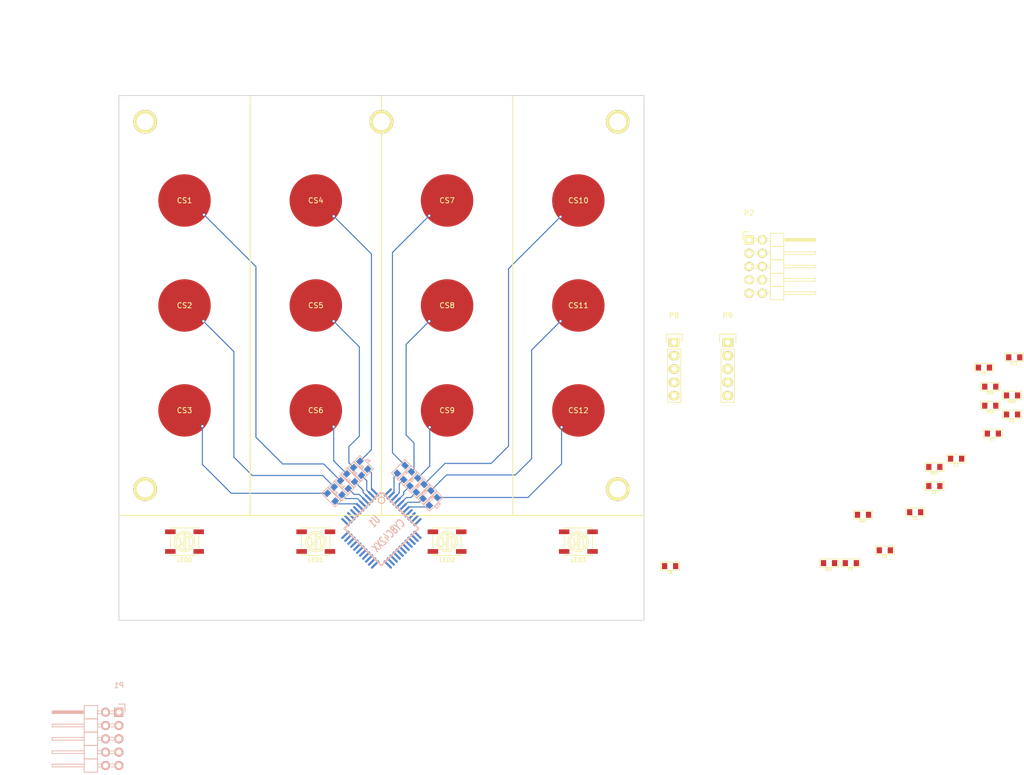
<source format=kicad_pcb>
(kicad_pcb (version 4) (host pcbnew 4.0.1-stable)

  (general
    (links 102)
    (no_connects 78)
    (area 31.285717 17.15 227.580002 135.075001)
    (thickness 1.6)
    (drawings 28)
    (tracks 118)
    (zones 0)
    (modules 54)
    (nets 48)
  )

  (page A4)
  (layers
    (0 F.Cu signal)
    (31 B.Cu signal)
    (32 B.Adhes user)
    (33 F.Adhes user)
    (34 B.Paste user)
    (35 F.Paste user)
    (36 B.SilkS user)
    (37 F.SilkS user)
    (38 B.Mask user)
    (39 F.Mask user)
    (40 Dwgs.User user)
    (41 Cmts.User user)
    (42 Eco1.User user)
    (43 Eco2.User user)
    (44 Edge.Cuts user)
    (45 Margin user)
    (46 B.CrtYd user)
    (47 F.CrtYd user)
    (48 B.Fab user)
    (49 F.Fab user)
  )

  (setup
    (last_trace_width 0.25)
    (trace_clearance 0.2)
    (zone_clearance 0.508)
    (zone_45_only no)
    (trace_min 0.2)
    (segment_width 0.2)
    (edge_width 0.15)
    (via_size 0.6)
    (via_drill 0.4)
    (via_min_size 0.4)
    (via_min_drill 0.3)
    (uvia_size 0.3)
    (uvia_drill 0.1)
    (uvias_allowed no)
    (uvia_min_size 0.2)
    (uvia_min_drill 0.1)
    (pcb_text_width 0.3)
    (pcb_text_size 1.5 1.5)
    (mod_edge_width 0.15)
    (mod_text_size 1 1)
    (mod_text_width 0.15)
    (pad_size 1.524 1.524)
    (pad_drill 0.762)
    (pad_to_mask_clearance 0.2)
    (aux_axis_origin 0 0)
    (visible_elements 7FFFFFFF)
    (pcbplotparams
      (layerselection 0x00030_80000001)
      (usegerberextensions false)
      (excludeedgelayer true)
      (linewidth 0.100000)
      (plotframeref false)
      (viasonmask false)
      (mode 1)
      (useauxorigin false)
      (hpglpennumber 1)
      (hpglpenspeed 20)
      (hpglpendiameter 15)
      (hpglpenoverlay 2)
      (psnegative false)
      (psa4output false)
      (plotreference true)
      (plotvalue true)
      (plotinvisibletext false)
      (padsonsilk false)
      (subtractmaskfromsilk false)
      (outputformat 1)
      (mirror false)
      (drillshape 1)
      (scaleselection 1)
      (outputdirectory ""))
  )

  (net 0 "")
  (net 1 VDD)
  (net 2 GND)
  (net 3 "Net-(C2-Pad1)")
  (net 4 "Net-(C7-Pad2)")
  (net 5 "Net-(CS1-Pad1)")
  (net 6 "Net-(CS2-Pad1)")
  (net 7 "Net-(CS3-Pad1)")
  (net 8 "Net-(CS4-Pad1)")
  (net 9 "Net-(CS5-Pad1)")
  (net 10 "Net-(CS6-Pad1)")
  (net 11 "Net-(CS7-Pad1)")
  (net 12 "Net-(CS8-Pad1)")
  (net 13 "Net-(CS9-Pad1)")
  (net 14 "Net-(CS10-Pad1)")
  (net 15 "Net-(CS11-Pad1)")
  (net 16 "Net-(CS12-Pad1)")
  (net 17 "Net-(LED0-Pad2)")
  (net 18 /LED_PWM)
  (net 19 "Net-(LED1-Pad2)")
  (net 20 "Net-(LED2-Pad2)")
  (net 21 /XRES)
  (net 22 /SPI_SCLK)
  (net 23 /SPI_MISO)
  (net 24 /SPI_MOSI)
  (net 25 /SPI_CS0)
  (net 26 /SPI_CS1)
  (net 27 /SPI_CS2)
  (net 28 /SPI_CS3)
  (net 29 /SWDCK)
  (net 30 /SWDIO)
  (net 31 /EZI2C_SCL)
  (net 32 /EZI2C_SDA)
  (net 33 /UART_TX)
  (net 34 /CS00)
  (net 35 /CS10)
  (net 36 /CS20)
  (net 37 /CS01)
  (net 38 /CS11)
  (net 39 /CS21)
  (net 40 /CS02)
  (net 41 /CS12)
  (net 42 /CS22)
  (net 43 /CS03)
  (net 44 /CS13)
  (net 45 /CS23)
  (net 46 "Net-(R13-Pad2)")
  (net 47 /SPI_CS)

  (net_class Default "これは標準のネット クラスです。"
    (clearance 0.2)
    (trace_width 0.25)
    (via_dia 0.6)
    (via_drill 0.4)
    (uvia_dia 0.3)
    (uvia_drill 0.1)
    (add_net /EZI2C_SCL)
    (add_net /EZI2C_SDA)
    (add_net /LED_PWM)
    (add_net /SPI_CS)
    (add_net /SPI_CS0)
    (add_net /SPI_CS1)
    (add_net /SPI_CS2)
    (add_net /SPI_CS3)
    (add_net /SPI_MISO)
    (add_net /SPI_MOSI)
    (add_net /SPI_SCLK)
    (add_net /SWDCK)
    (add_net /SWDIO)
    (add_net /UART_TX)
    (add_net /XRES)
    (add_net GND)
    (add_net "Net-(C2-Pad1)")
    (add_net "Net-(C7-Pad2)")
    (add_net "Net-(LED0-Pad2)")
    (add_net "Net-(LED1-Pad2)")
    (add_net "Net-(LED2-Pad2)")
    (add_net "Net-(R13-Pad2)")
    (add_net VDD)
  )

  (net_class CapSense ""
    (clearance 0.2)
    (trace_width 0.2032)
    (via_dia 0.6)
    (via_drill 0.4)
    (uvia_dia 0.3)
    (uvia_drill 0.1)
    (add_net /CS00)
    (add_net /CS01)
    (add_net /CS02)
    (add_net /CS03)
    (add_net /CS10)
    (add_net /CS11)
    (add_net /CS12)
    (add_net /CS13)
    (add_net /CS20)
    (add_net /CS21)
    (add_net /CS22)
    (add_net /CS23)
    (add_net "Net-(CS1-Pad1)")
    (add_net "Net-(CS10-Pad1)")
    (add_net "Net-(CS11-Pad1)")
    (add_net "Net-(CS12-Pad1)")
    (add_net "Net-(CS2-Pad1)")
    (add_net "Net-(CS3-Pad1)")
    (add_net "Net-(CS4-Pad1)")
    (add_net "Net-(CS5-Pad1)")
    (add_net "Net-(CS6-Pad1)")
    (add_net "Net-(CS7-Pad1)")
    (add_net "Net-(CS8-Pad1)")
    (add_net "Net-(CS9-Pad1)")
  )

  (module kamiya:HANDSOL_0603 (layer F.Cu) (tedit 55F011C7) (tstamp 56F76F7F)
    (at 219.675001 86.83705)
    (path /56F77A38)
    (attr smd)
    (fp_text reference C1 (at 0 1.2) (layer F.SilkS)
      (effects (font (size 0.508 0.4572) (thickness 0.1143)))
    )
    (fp_text value 2.2u (at 0 -1.1) (layer F.SilkS) hide
      (effects (font (size 0.508 0.4572) (thickness 0.1143)))
    )
    (fp_line (start -1.75 -0.8) (end 1.85 -0.8) (layer F.SilkS) (width 0.15))
    (fp_line (start 1.85 -0.8) (end 1.85 0.8) (layer F.SilkS) (width 0.15))
    (fp_line (start 1.85 0.8) (end -1.75 0.8) (layer F.SilkS) (width 0.15))
    (fp_line (start -1.75 0.8) (end -1.75 -0.8) (layer F.SilkS) (width 0.15))
    (pad 1 smd rect (at -1 0) (size 1 1.143) (layers F.Cu F.Paste F.Mask)
      (net 1 VDD))
    (pad 2 smd rect (at 1.1 0) (size 1 1.143) (layers F.Cu F.Paste F.Mask)
      (net 2 GND))
    (model smd\resistors\R0603.wrl
      (at (xyz 0 0 0.001))
      (scale (xyz 0.5 0.5 0.5))
      (rotate (xyz 0 0 0))
    )
  )

  (module kamiya:HANDSOL_0603 (layer F.Cu) (tedit 55F011C7) (tstamp 56F76F85)
    (at 214.385001 104.19705)
    (path /56F772D0)
    (attr smd)
    (fp_text reference C2 (at 0 1.2) (layer F.SilkS)
      (effects (font (size 0.508 0.4572) (thickness 0.1143)))
    )
    (fp_text value 2.2u (at 0 -1.1) (layer F.SilkS) hide
      (effects (font (size 0.508 0.4572) (thickness 0.1143)))
    )
    (fp_line (start -1.75 -0.8) (end 1.85 -0.8) (layer F.SilkS) (width 0.15))
    (fp_line (start 1.85 -0.8) (end 1.85 0.8) (layer F.SilkS) (width 0.15))
    (fp_line (start 1.85 0.8) (end -1.75 0.8) (layer F.SilkS) (width 0.15))
    (fp_line (start -1.75 0.8) (end -1.75 -0.8) (layer F.SilkS) (width 0.15))
    (pad 1 smd rect (at -1 0) (size 1 1.143) (layers F.Cu F.Paste F.Mask)
      (net 3 "Net-(C2-Pad1)"))
    (pad 2 smd rect (at 1.1 0) (size 1 1.143) (layers F.Cu F.Paste F.Mask)
      (net 2 GND))
    (model smd\resistors\R0603.wrl
      (at (xyz 0 0 0.001))
      (scale (xyz 0.5 0.5 0.5))
      (rotate (xyz 0 0 0))
    )
  )

  (module kamiya:HANDSOL_0603 (layer F.Cu) (tedit 55F011C7) (tstamp 56F76F8B)
    (at 210.235001 109.40705)
    (path /56F7680A)
    (attr smd)
    (fp_text reference C3 (at 0 1.2) (layer F.SilkS)
      (effects (font (size 0.508 0.4572) (thickness 0.1143)))
    )
    (fp_text value 1u (at 0 -1.1) (layer F.SilkS) hide
      (effects (font (size 0.508 0.4572) (thickness 0.1143)))
    )
    (fp_line (start -1.75 -0.8) (end 1.85 -0.8) (layer F.SilkS) (width 0.15))
    (fp_line (start 1.85 -0.8) (end 1.85 0.8) (layer F.SilkS) (width 0.15))
    (fp_line (start 1.85 0.8) (end -1.75 0.8) (layer F.SilkS) (width 0.15))
    (fp_line (start -1.75 0.8) (end -1.75 -0.8) (layer F.SilkS) (width 0.15))
    (pad 1 smd rect (at -1 0) (size 1 1.143) (layers F.Cu F.Paste F.Mask)
      (net 1 VDD))
    (pad 2 smd rect (at 1.1 0) (size 1 1.143) (layers F.Cu F.Paste F.Mask)
      (net 2 GND))
    (model smd\resistors\R0603.wrl
      (at (xyz 0 0 0.001))
      (scale (xyz 0.5 0.5 0.5))
      (rotate (xyz 0 0 0))
    )
  )

  (module kamiya:HANDSOL_0603 (layer F.Cu) (tedit 55F011C7) (tstamp 56F76F91)
    (at 194.335001 124.09705)
    (path /56F76A47)
    (attr smd)
    (fp_text reference C4 (at 0 1.2) (layer F.SilkS)
      (effects (font (size 0.508 0.4572) (thickness 0.1143)))
    )
    (fp_text value 1u (at 0 -1.1) (layer F.SilkS) hide
      (effects (font (size 0.508 0.4572) (thickness 0.1143)))
    )
    (fp_line (start -1.75 -0.8) (end 1.85 -0.8) (layer F.SilkS) (width 0.15))
    (fp_line (start 1.85 -0.8) (end 1.85 0.8) (layer F.SilkS) (width 0.15))
    (fp_line (start 1.85 0.8) (end -1.75 0.8) (layer F.SilkS) (width 0.15))
    (fp_line (start -1.75 0.8) (end -1.75 -0.8) (layer F.SilkS) (width 0.15))
    (pad 1 smd rect (at -1 0) (size 1 1.143) (layers F.Cu F.Paste F.Mask)
      (net 1 VDD))
    (pad 2 smd rect (at 1.1 0) (size 1 1.143) (layers F.Cu F.Paste F.Mask)
      (net 2 GND))
    (model smd\resistors\R0603.wrl
      (at (xyz 0 0 0.001))
      (scale (xyz 0.5 0.5 0.5))
      (rotate (xyz 0 0 0))
    )
  )

  (module kamiya:HANDSOL_0603 (layer F.Cu) (tedit 55F011C7) (tstamp 56F76F97)
    (at 206.585001 114.39705)
    (path /56F768BD)
    (attr smd)
    (fp_text reference C5 (at 0 1.2) (layer F.SilkS)
      (effects (font (size 0.508 0.4572) (thickness 0.1143)))
    )
    (fp_text value 0.1u (at 0 -1.1) (layer F.SilkS) hide
      (effects (font (size 0.508 0.4572) (thickness 0.1143)))
    )
    (fp_line (start -1.75 -0.8) (end 1.85 -0.8) (layer F.SilkS) (width 0.15))
    (fp_line (start 1.85 -0.8) (end 1.85 0.8) (layer F.SilkS) (width 0.15))
    (fp_line (start 1.85 0.8) (end -1.75 0.8) (layer F.SilkS) (width 0.15))
    (fp_line (start -1.75 0.8) (end -1.75 -0.8) (layer F.SilkS) (width 0.15))
    (pad 1 smd rect (at -1 0) (size 1 1.143) (layers F.Cu F.Paste F.Mask)
      (net 1 VDD))
    (pad 2 smd rect (at 1.1 0) (size 1 1.143) (layers F.Cu F.Paste F.Mask)
      (net 2 GND))
    (model smd\resistors\R0603.wrl
      (at (xyz 0 0 0.001))
      (scale (xyz 0.5 0.5 0.5))
      (rotate (xyz 0 0 0))
    )
  )

  (module kamiya:HANDSOL_0603 (layer F.Cu) (tedit 55F011C7) (tstamp 56F76F9D)
    (at 225.035001 95.77705)
    (path /56F76A4D)
    (attr smd)
    (fp_text reference C6 (at 0 1.2) (layer F.SilkS)
      (effects (font (size 0.508 0.4572) (thickness 0.1143)))
    )
    (fp_text value 0.1u (at 0 -1.1) (layer F.SilkS) hide
      (effects (font (size 0.508 0.4572) (thickness 0.1143)))
    )
    (fp_line (start -1.75 -0.8) (end 1.85 -0.8) (layer F.SilkS) (width 0.15))
    (fp_line (start 1.85 -0.8) (end 1.85 0.8) (layer F.SilkS) (width 0.15))
    (fp_line (start 1.85 0.8) (end -1.75 0.8) (layer F.SilkS) (width 0.15))
    (fp_line (start -1.75 0.8) (end -1.75 -0.8) (layer F.SilkS) (width 0.15))
    (pad 1 smd rect (at -1 0) (size 1 1.143) (layers F.Cu F.Paste F.Mask)
      (net 1 VDD))
    (pad 2 smd rect (at 1.1 0) (size 1 1.143) (layers F.Cu F.Paste F.Mask)
      (net 2 GND))
    (model smd\resistors\R0603.wrl
      (at (xyz 0 0 0.001))
      (scale (xyz 0.5 0.5 0.5))
      (rotate (xyz 0 0 0))
    )
  )

  (module kamiya:HANDSOL_0603 (layer F.Cu) (tedit 55F011C7) (tstamp 56F76FA3)
    (at 221.385001 99.40705)
    (path /56F76BBC)
    (attr smd)
    (fp_text reference C7 (at 0 1.2) (layer F.SilkS)
      (effects (font (size 0.508 0.4572) (thickness 0.1143)))
    )
    (fp_text value 1u (at 0 -1.1) (layer F.SilkS) hide
      (effects (font (size 0.508 0.4572) (thickness 0.1143)))
    )
    (fp_line (start -1.75 -0.8) (end 1.85 -0.8) (layer F.SilkS) (width 0.15))
    (fp_line (start 1.85 -0.8) (end 1.85 0.8) (layer F.SilkS) (width 0.15))
    (fp_line (start 1.85 0.8) (end -1.75 0.8) (layer F.SilkS) (width 0.15))
    (fp_line (start -1.75 0.8) (end -1.75 -0.8) (layer F.SilkS) (width 0.15))
    (pad 1 smd rect (at -1 0) (size 1 1.143) (layers F.Cu F.Paste F.Mask)
      (net 2 GND))
    (pad 2 smd rect (at 1.1 0) (size 1 1.143) (layers F.Cu F.Paste F.Mask)
      (net 4 "Net-(C7-Pad2)"))
    (model smd\resistors\R0603.wrl
      (at (xyz 0 0 0.001))
      (scale (xyz 0.5 0.5 0.5))
      (rotate (xyz 0 0 0))
    )
  )

  (module kamiya:HANDSOL_0603 (layer F.Cu) (tedit 55F011C7) (tstamp 56F76FA9)
    (at 200.805001 121.65705)
    (path /56F79731)
    (attr smd)
    (fp_text reference C8 (at 0 1.2) (layer F.SilkS)
      (effects (font (size 0.508 0.4572) (thickness 0.1143)))
    )
    (fp_text value 0.1u (at 0 -1.1) (layer F.SilkS) hide
      (effects (font (size 0.508 0.4572) (thickness 0.1143)))
    )
    (fp_line (start -1.75 -0.8) (end 1.85 -0.8) (layer F.SilkS) (width 0.15))
    (fp_line (start 1.85 -0.8) (end 1.85 0.8) (layer F.SilkS) (width 0.15))
    (fp_line (start 1.85 0.8) (end -1.75 0.8) (layer F.SilkS) (width 0.15))
    (fp_line (start -1.75 0.8) (end -1.75 -0.8) (layer F.SilkS) (width 0.15))
    (pad 1 smd rect (at -1 0) (size 1 1.143) (layers F.Cu F.Paste F.Mask)
      (net 1 VDD))
    (pad 2 smd rect (at 1.1 0) (size 1 1.143) (layers F.Cu F.Paste F.Mask)
      (net 2 GND))
    (model smd\resistors\R0603.wrl
      (at (xyz 0 0 0.001))
      (scale (xyz 0.5 0.5 0.5))
      (rotate (xyz 0 0 0))
    )
  )

  (module kamiya:HANDSOL_0603 (layer F.Cu) (tedit 55F011C7) (tstamp 56F76FAF)
    (at 159.925001 124.66705)
    (path /56F7B08C)
    (attr smd)
    (fp_text reference C9 (at 0 1.2) (layer F.SilkS)
      (effects (font (size 0.508 0.4572) (thickness 0.1143)))
    )
    (fp_text value 0.1u (at 0 -1.1) (layer F.SilkS) hide
      (effects (font (size 0.508 0.4572) (thickness 0.1143)))
    )
    (fp_line (start -1.75 -0.8) (end 1.85 -0.8) (layer F.SilkS) (width 0.15))
    (fp_line (start 1.85 -0.8) (end 1.85 0.8) (layer F.SilkS) (width 0.15))
    (fp_line (start 1.85 0.8) (end -1.75 0.8) (layer F.SilkS) (width 0.15))
    (fp_line (start -1.75 0.8) (end -1.75 -0.8) (layer F.SilkS) (width 0.15))
    (pad 1 smd rect (at -1 0) (size 1 1.143) (layers F.Cu F.Paste F.Mask)
      (net 1 VDD))
    (pad 2 smd rect (at 1.1 0) (size 1 1.143) (layers F.Cu F.Paste F.Mask)
      (net 2 GND))
    (model smd\resistors\R0603.wrl
      (at (xyz 0 0 0.001))
      (scale (xyz 0.5 0.5 0.5))
      (rotate (xyz 0 0 0))
    )
  )

  (module kamiya:HANDSOL_0603 (layer F.Cu) (tedit 55F011C7) (tstamp 56F76FB5)
    (at 220.885001 90.46705)
    (path /56F7B3D8)
    (attr smd)
    (fp_text reference C10 (at 0 1.2) (layer F.SilkS)
      (effects (font (size 0.508 0.4572) (thickness 0.1143)))
    )
    (fp_text value 0.1u (at 0 -1.1) (layer F.SilkS) hide
      (effects (font (size 0.508 0.4572) (thickness 0.1143)))
    )
    (fp_line (start -1.75 -0.8) (end 1.85 -0.8) (layer F.SilkS) (width 0.15))
    (fp_line (start 1.85 -0.8) (end 1.85 0.8) (layer F.SilkS) (width 0.15))
    (fp_line (start 1.85 0.8) (end -1.75 0.8) (layer F.SilkS) (width 0.15))
    (fp_line (start -1.75 0.8) (end -1.75 -0.8) (layer F.SilkS) (width 0.15))
    (pad 1 smd rect (at -1 0) (size 1 1.143) (layers F.Cu F.Paste F.Mask)
      (net 1 VDD))
    (pad 2 smd rect (at 1.1 0) (size 1 1.143) (layers F.Cu F.Paste F.Mask)
      (net 2 GND))
    (model smd\resistors\R0603.wrl
      (at (xyz 0 0 0.001))
      (scale (xyz 0.5 0.5 0.5))
      (rotate (xyz 0 0 0))
    )
  )

  (module kamiya:HANDSOL_0603 (layer F.Cu) (tedit 55F011C7) (tstamp 56F76FBB)
    (at 225.455001 84.88705)
    (path /56F7B3FE)
    (attr smd)
    (fp_text reference C11 (at 0 1.2) (layer F.SilkS)
      (effects (font (size 0.508 0.4572) (thickness 0.1143)))
    )
    (fp_text value 0.1u (at 0 -1.1) (layer F.SilkS) hide
      (effects (font (size 0.508 0.4572) (thickness 0.1143)))
    )
    (fp_line (start -1.75 -0.8) (end 1.85 -0.8) (layer F.SilkS) (width 0.15))
    (fp_line (start 1.85 -0.8) (end 1.85 0.8) (layer F.SilkS) (width 0.15))
    (fp_line (start 1.85 0.8) (end -1.75 0.8) (layer F.SilkS) (width 0.15))
    (fp_line (start -1.75 0.8) (end -1.75 -0.8) (layer F.SilkS) (width 0.15))
    (pad 1 smd rect (at -1 0) (size 1 1.143) (layers F.Cu F.Paste F.Mask)
      (net 1 VDD))
    (pad 2 smd rect (at 1.1 0) (size 1 1.143) (layers F.Cu F.Paste F.Mask)
      (net 2 GND))
    (model smd\resistors\R0603.wrl
      (at (xyz 0 0 0.001))
      (scale (xyz 0.5 0.5 0.5))
      (rotate (xyz 0 0 0))
    )
  )

  (module kamiya:CapSense_BTN (layer F.Cu) (tedit 56F74E63) (tstamp 56F76FC0)
    (at 67.5 55)
    (path /56F89FC2)
    (fp_text reference CS1 (at 0 0) (layer F.SilkS)
      (effects (font (size 1 1) (thickness 0.15)))
    )
    (fp_text value CapSense (at 0 -8) (layer F.Fab) hide
      (effects (font (size 1 1) (thickness 0.15)))
    )
    (pad 1 smd circle (at 0 0) (size 10 10) (layers F.Cu F.Paste)
      (net 5 "Net-(CS1-Pad1)") (clearance 2))
  )

  (module kamiya:CapSense_BTN (layer F.Cu) (tedit 56F74E63) (tstamp 56F76FC5)
    (at 67.5 75)
    (path /56F8C82F)
    (fp_text reference CS2 (at 0 0) (layer F.SilkS)
      (effects (font (size 1 1) (thickness 0.15)))
    )
    (fp_text value CapSense (at 0 -8) (layer F.Fab) hide
      (effects (font (size 1 1) (thickness 0.15)))
    )
    (pad 1 smd circle (at 0 0) (size 10 10) (layers F.Cu F.Paste)
      (net 6 "Net-(CS2-Pad1)") (clearance 2))
  )

  (module kamiya:CapSense_BTN (layer F.Cu) (tedit 56F74E63) (tstamp 56F76FCA)
    (at 67.5 95)
    (path /56F8C950)
    (fp_text reference CS3 (at 0 0) (layer F.SilkS)
      (effects (font (size 1 1) (thickness 0.15)))
    )
    (fp_text value CapSense (at 0 -8) (layer F.Fab) hide
      (effects (font (size 1 1) (thickness 0.15)))
    )
    (pad 1 smd circle (at 0 0) (size 10 10) (layers F.Cu F.Paste)
      (net 7 "Net-(CS3-Pad1)") (clearance 2))
  )

  (module kamiya:CapSense_BTN (layer F.Cu) (tedit 56F74E63) (tstamp 56F76FCF)
    (at 92.5 55)
    (path /56F8E594)
    (fp_text reference CS4 (at 0 0) (layer F.SilkS)
      (effects (font (size 1 1) (thickness 0.15)))
    )
    (fp_text value CapSense (at 0 -8) (layer F.Fab) hide
      (effects (font (size 1 1) (thickness 0.15)))
    )
    (pad 1 smd circle (at 0 0) (size 10 10) (layers F.Cu F.Paste)
      (net 8 "Net-(CS4-Pad1)") (clearance 2))
  )

  (module kamiya:CapSense_BTN (layer F.Cu) (tedit 56F74E63) (tstamp 56F76FD4)
    (at 92.5 75)
    (path /56F8E5B5)
    (fp_text reference CS5 (at 0 0) (layer F.SilkS)
      (effects (font (size 1 1) (thickness 0.15)))
    )
    (fp_text value CapSense (at 0 -8) (layer F.Fab) hide
      (effects (font (size 1 1) (thickness 0.15)))
    )
    (pad 1 smd circle (at 0 0) (size 10 10) (layers F.Cu F.Paste)
      (net 9 "Net-(CS5-Pad1)") (clearance 2))
  )

  (module kamiya:CapSense_BTN (layer F.Cu) (tedit 56F74E63) (tstamp 56F76FD9)
    (at 92.5 95)
    (path /56F8E5BB)
    (fp_text reference CS6 (at 0 0) (layer F.SilkS)
      (effects (font (size 1 1) (thickness 0.15)))
    )
    (fp_text value CapSense (at 0 -8) (layer F.Fab) hide
      (effects (font (size 1 1) (thickness 0.15)))
    )
    (pad 1 smd circle (at 0 0) (size 10 10) (layers F.Cu F.Paste)
      (net 10 "Net-(CS6-Pad1)") (clearance 2))
  )

  (module kamiya:CapSense_BTN (layer F.Cu) (tedit 56F74E63) (tstamp 56F76FDE)
    (at 117.5 55)
    (path /56F8E9CF)
    (fp_text reference CS7 (at 0 0) (layer F.SilkS)
      (effects (font (size 1 1) (thickness 0.15)))
    )
    (fp_text value CapSense (at 0 -8) (layer F.Fab) hide
      (effects (font (size 1 1) (thickness 0.15)))
    )
    (pad 1 smd circle (at 0 0) (size 10 10) (layers F.Cu F.Paste)
      (net 11 "Net-(CS7-Pad1)") (clearance 2))
  )

  (module kamiya:CapSense_BTN (layer F.Cu) (tedit 56F74E63) (tstamp 56F76FE3)
    (at 117.5 75)
    (path /56F8E9F0)
    (fp_text reference CS8 (at 0 0) (layer F.SilkS)
      (effects (font (size 1 1) (thickness 0.15)))
    )
    (fp_text value CapSense (at 0 -8) (layer F.Fab) hide
      (effects (font (size 1 1) (thickness 0.15)))
    )
    (pad 1 smd circle (at 0 0) (size 10 10) (layers F.Cu F.Paste)
      (net 12 "Net-(CS8-Pad1)") (clearance 2))
  )

  (module kamiya:CapSense_BTN (layer F.Cu) (tedit 56F74E63) (tstamp 56F76FE8)
    (at 117.5 95)
    (path /56F8E9F6)
    (fp_text reference CS9 (at 0 0) (layer F.SilkS)
      (effects (font (size 1 1) (thickness 0.15)))
    )
    (fp_text value CapSense (at 0 -8) (layer F.Fab) hide
      (effects (font (size 1 1) (thickness 0.15)))
    )
    (pad 1 smd circle (at 0 0) (size 10 10) (layers F.Cu F.Paste)
      (net 13 "Net-(CS9-Pad1)") (clearance 2))
  )

  (module kamiya:CapSense_BTN (layer F.Cu) (tedit 56F74E63) (tstamp 56F76FED)
    (at 142.5 55)
    (path /56F8EA02)
    (fp_text reference CS10 (at 0 0) (layer F.SilkS)
      (effects (font (size 1 1) (thickness 0.15)))
    )
    (fp_text value CapSense (at 0 -8) (layer F.Fab) hide
      (effects (font (size 1 1) (thickness 0.15)))
    )
    (pad 1 smd circle (at 0 0) (size 10 10) (layers F.Cu F.Paste)
      (net 14 "Net-(CS10-Pad1)") (clearance 2))
  )

  (module kamiya:CapSense_BTN (layer F.Cu) (tedit 56F74E63) (tstamp 56F76FF2)
    (at 142.5 75)
    (path /56F8EA23)
    (fp_text reference CS11 (at 0 0) (layer F.SilkS)
      (effects (font (size 1 1) (thickness 0.15)))
    )
    (fp_text value CapSense (at 0 -8) (layer F.Fab) hide
      (effects (font (size 1 1) (thickness 0.15)))
    )
    (pad 1 smd circle (at 0 0) (size 10 10) (layers F.Cu F.Paste)
      (net 15 "Net-(CS11-Pad1)") (clearance 2))
  )

  (module kamiya:CapSense_BTN (layer F.Cu) (tedit 56F74E63) (tstamp 56F76FF7)
    (at 142.5 95)
    (path /56F8EA29)
    (fp_text reference CS12 (at 0 0) (layer F.SilkS)
      (effects (font (size 1 1) (thickness 0.15)))
    )
    (fp_text value CapSense (at 0 -8) (layer F.Fab) hide
      (effects (font (size 1 1) (thickness 0.15)))
    )
    (pad 1 smd circle (at 0 0) (size 10 10) (layers F.Cu F.Paste)
      (net 16 "Net-(CS12-Pad1)") (clearance 2))
  )

  (module kamiya:WS2812B (layer F.Cu) (tedit 568E86B0) (tstamp 56F76FFF)
    (at 67.5 120)
    (path /56F78AF3)
    (fp_text reference LED0 (at 0 3.5) (layer F.SilkS)
      (effects (font (size 0.8 0.8) (thickness 0.15)))
    )
    (fp_text value WS2812B (at 0 -3.3) (layer F.Fab)
      (effects (font (size 0.8 0.8) (thickness 0.15)))
    )
    (fp_line (start 1.3 -0.9) (end 0.2 -0.9) (layer F.SilkS) (width 0.15))
    (fp_line (start 0.9 0.9) (end 1.3 0.9) (layer F.SilkS) (width 0.15))
    (fp_line (start 0.2 1.5) (end 0.2 -0.6) (layer F.SilkS) (width 0.15))
    (fp_line (start -0.1 0.5) (end -0.1 1.5) (layer F.SilkS) (width 0.15))
    (fp_line (start 0.2 -1.5) (end 0.2 -0.9) (layer F.SilkS) (width 0.15))
    (fp_line (start 0.2 -0.6) (end 0.9 -0.6) (layer F.SilkS) (width 0.15))
    (fp_line (start 0.9 -0.6) (end 0.9 0.9) (layer F.SilkS) (width 0.15))
    (fp_line (start -1.3 0.9) (end -0.8 0.9) (layer F.SilkS) (width 0.15))
    (fp_line (start -0.8 0.9) (end -0.8 0.5) (layer F.SilkS) (width 0.15))
    (fp_line (start -0.8 0.5) (end -0.1 0.5) (layer F.SilkS) (width 0.15))
    (fp_line (start -1.4 -0.7) (end -0.8 -0.7) (layer F.SilkS) (width 0.15))
    (fp_line (start -0.8 -0.7) (end -0.8 0.2) (layer F.SilkS) (width 0.15))
    (fp_line (start -0.8 0.2) (end -0.1 0.2) (layer F.SilkS) (width 0.15))
    (fp_line (start -0.1 0.2) (end -0.1 -1.5) (layer F.SilkS) (width 0.15))
    (fp_circle (center 0 0) (end 1.5 -0.5) (layer F.SilkS) (width 0.15))
    (fp_circle (center 0 0) (end 1.9 -0.4) (layer F.SilkS) (width 0.15))
    (fp_line (start -2.7 1.3) (end -2.7 -1.3) (layer F.SilkS) (width 0.15))
    (fp_line (start 2.7 2.4) (end 2.7 2.6) (layer F.SilkS) (width 0.15))
    (fp_line (start 2.7 2.6) (end -2.7 2.6) (layer F.SilkS) (width 0.15))
    (fp_line (start -2.7 2.6) (end -2.7 2.4) (layer F.SilkS) (width 0.15))
    (fp_line (start 2.7 -1.3) (end 2.7 1.3) (layer F.SilkS) (width 0.15))
    (fp_line (start -2.7 -2.4) (end -2.7 -2.6) (layer F.SilkS) (width 0.15))
    (fp_line (start -2.7 -2.6) (end 2.7 -2.6) (layer F.SilkS) (width 0.15))
    (fp_line (start 2.7 -2.6) (end 2.7 -2.4) (layer F.SilkS) (width 0.15))
    (pad 1 smd rect (at -2.7 -1.875) (size 2 0.9) (layers F.Cu F.Paste F.Mask)
      (net 1 VDD))
    (pad 2 smd rect (at -2.7 1.875) (size 2 0.9) (layers F.Cu F.Paste F.Mask)
      (net 17 "Net-(LED0-Pad2)"))
    (pad 3 smd rect (at 2.7 1.875) (size 2 0.9) (layers F.Cu F.Paste F.Mask)
      (net 2 GND))
    (pad 4 smd rect (at 2.7 -1.875) (size 2 0.9) (layers F.Cu F.Paste F.Mask)
      (net 18 /LED_PWM))
  )

  (module kamiya:WS2812B locked (layer F.Cu) (tedit 568E86B0) (tstamp 56F77007)
    (at 92.5 120)
    (path /56F7B086)
    (fp_text reference LED1 (at 0 3.5) (layer F.SilkS)
      (effects (font (size 0.8 0.8) (thickness 0.15)))
    )
    (fp_text value WS2812B (at 0 -3.3) (layer F.Fab)
      (effects (font (size 0.8 0.8) (thickness 0.15)))
    )
    (fp_line (start 1.3 -0.9) (end 0.2 -0.9) (layer F.SilkS) (width 0.15))
    (fp_line (start 0.9 0.9) (end 1.3 0.9) (layer F.SilkS) (width 0.15))
    (fp_line (start 0.2 1.5) (end 0.2 -0.6) (layer F.SilkS) (width 0.15))
    (fp_line (start -0.1 0.5) (end -0.1 1.5) (layer F.SilkS) (width 0.15))
    (fp_line (start 0.2 -1.5) (end 0.2 -0.9) (layer F.SilkS) (width 0.15))
    (fp_line (start 0.2 -0.6) (end 0.9 -0.6) (layer F.SilkS) (width 0.15))
    (fp_line (start 0.9 -0.6) (end 0.9 0.9) (layer F.SilkS) (width 0.15))
    (fp_line (start -1.3 0.9) (end -0.8 0.9) (layer F.SilkS) (width 0.15))
    (fp_line (start -0.8 0.9) (end -0.8 0.5) (layer F.SilkS) (width 0.15))
    (fp_line (start -0.8 0.5) (end -0.1 0.5) (layer F.SilkS) (width 0.15))
    (fp_line (start -1.4 -0.7) (end -0.8 -0.7) (layer F.SilkS) (width 0.15))
    (fp_line (start -0.8 -0.7) (end -0.8 0.2) (layer F.SilkS) (width 0.15))
    (fp_line (start -0.8 0.2) (end -0.1 0.2) (layer F.SilkS) (width 0.15))
    (fp_line (start -0.1 0.2) (end -0.1 -1.5) (layer F.SilkS) (width 0.15))
    (fp_circle (center 0 0) (end 1.5 -0.5) (layer F.SilkS) (width 0.15))
    (fp_circle (center 0 0) (end 1.9 -0.4) (layer F.SilkS) (width 0.15))
    (fp_line (start -2.7 1.3) (end -2.7 -1.3) (layer F.SilkS) (width 0.15))
    (fp_line (start 2.7 2.4) (end 2.7 2.6) (layer F.SilkS) (width 0.15))
    (fp_line (start 2.7 2.6) (end -2.7 2.6) (layer F.SilkS) (width 0.15))
    (fp_line (start -2.7 2.6) (end -2.7 2.4) (layer F.SilkS) (width 0.15))
    (fp_line (start 2.7 -1.3) (end 2.7 1.3) (layer F.SilkS) (width 0.15))
    (fp_line (start -2.7 -2.4) (end -2.7 -2.6) (layer F.SilkS) (width 0.15))
    (fp_line (start -2.7 -2.6) (end 2.7 -2.6) (layer F.SilkS) (width 0.15))
    (fp_line (start 2.7 -2.6) (end 2.7 -2.4) (layer F.SilkS) (width 0.15))
    (pad 1 smd rect (at -2.7 -1.875) (size 2 0.9) (layers F.Cu F.Paste F.Mask)
      (net 1 VDD))
    (pad 2 smd rect (at -2.7 1.875) (size 2 0.9) (layers F.Cu F.Paste F.Mask)
      (net 19 "Net-(LED1-Pad2)"))
    (pad 3 smd rect (at 2.7 1.875) (size 2 0.9) (layers F.Cu F.Paste F.Mask)
      (net 2 GND))
    (pad 4 smd rect (at 2.7 -1.875) (size 2 0.9) (layers F.Cu F.Paste F.Mask)
      (net 17 "Net-(LED0-Pad2)"))
  )

  (module kamiya:WS2812B locked (layer F.Cu) (tedit 568E86B0) (tstamp 56F7700F)
    (at 117.5 120)
    (path /56F7B3D2)
    (fp_text reference LED2 (at 0 3.5) (layer F.SilkS)
      (effects (font (size 0.8 0.8) (thickness 0.15)))
    )
    (fp_text value WS2812B (at 0 -3.3) (layer F.Fab)
      (effects (font (size 0.8 0.8) (thickness 0.15)))
    )
    (fp_line (start 1.3 -0.9) (end 0.2 -0.9) (layer F.SilkS) (width 0.15))
    (fp_line (start 0.9 0.9) (end 1.3 0.9) (layer F.SilkS) (width 0.15))
    (fp_line (start 0.2 1.5) (end 0.2 -0.6) (layer F.SilkS) (width 0.15))
    (fp_line (start -0.1 0.5) (end -0.1 1.5) (layer F.SilkS) (width 0.15))
    (fp_line (start 0.2 -1.5) (end 0.2 -0.9) (layer F.SilkS) (width 0.15))
    (fp_line (start 0.2 -0.6) (end 0.9 -0.6) (layer F.SilkS) (width 0.15))
    (fp_line (start 0.9 -0.6) (end 0.9 0.9) (layer F.SilkS) (width 0.15))
    (fp_line (start -1.3 0.9) (end -0.8 0.9) (layer F.SilkS) (width 0.15))
    (fp_line (start -0.8 0.9) (end -0.8 0.5) (layer F.SilkS) (width 0.15))
    (fp_line (start -0.8 0.5) (end -0.1 0.5) (layer F.SilkS) (width 0.15))
    (fp_line (start -1.4 -0.7) (end -0.8 -0.7) (layer F.SilkS) (width 0.15))
    (fp_line (start -0.8 -0.7) (end -0.8 0.2) (layer F.SilkS) (width 0.15))
    (fp_line (start -0.8 0.2) (end -0.1 0.2) (layer F.SilkS) (width 0.15))
    (fp_line (start -0.1 0.2) (end -0.1 -1.5) (layer F.SilkS) (width 0.15))
    (fp_circle (center 0 0) (end 1.5 -0.5) (layer F.SilkS) (width 0.15))
    (fp_circle (center 0 0) (end 1.9 -0.4) (layer F.SilkS) (width 0.15))
    (fp_line (start -2.7 1.3) (end -2.7 -1.3) (layer F.SilkS) (width 0.15))
    (fp_line (start 2.7 2.4) (end 2.7 2.6) (layer F.SilkS) (width 0.15))
    (fp_line (start 2.7 2.6) (end -2.7 2.6) (layer F.SilkS) (width 0.15))
    (fp_line (start -2.7 2.6) (end -2.7 2.4) (layer F.SilkS) (width 0.15))
    (fp_line (start 2.7 -1.3) (end 2.7 1.3) (layer F.SilkS) (width 0.15))
    (fp_line (start -2.7 -2.4) (end -2.7 -2.6) (layer F.SilkS) (width 0.15))
    (fp_line (start -2.7 -2.6) (end 2.7 -2.6) (layer F.SilkS) (width 0.15))
    (fp_line (start 2.7 -2.6) (end 2.7 -2.4) (layer F.SilkS) (width 0.15))
    (pad 1 smd rect (at -2.7 -1.875) (size 2 0.9) (layers F.Cu F.Paste F.Mask)
      (net 1 VDD))
    (pad 2 smd rect (at -2.7 1.875) (size 2 0.9) (layers F.Cu F.Paste F.Mask)
      (net 20 "Net-(LED2-Pad2)"))
    (pad 3 smd rect (at 2.7 1.875) (size 2 0.9) (layers F.Cu F.Paste F.Mask)
      (net 2 GND))
    (pad 4 smd rect (at 2.7 -1.875) (size 2 0.9) (layers F.Cu F.Paste F.Mask)
      (net 19 "Net-(LED1-Pad2)"))
  )

  (module kamiya:WS2812B (layer F.Cu) (tedit 568E86B0) (tstamp 56F77017)
    (at 142.5 120)
    (path /56F7B3F8)
    (fp_text reference LED3 (at 0 3.5) (layer F.SilkS)
      (effects (font (size 0.8 0.8) (thickness 0.15)))
    )
    (fp_text value WS2812B (at 0 -3.3) (layer F.Fab)
      (effects (font (size 0.8 0.8) (thickness 0.15)))
    )
    (fp_line (start 1.3 -0.9) (end 0.2 -0.9) (layer F.SilkS) (width 0.15))
    (fp_line (start 0.9 0.9) (end 1.3 0.9) (layer F.SilkS) (width 0.15))
    (fp_line (start 0.2 1.5) (end 0.2 -0.6) (layer F.SilkS) (width 0.15))
    (fp_line (start -0.1 0.5) (end -0.1 1.5) (layer F.SilkS) (width 0.15))
    (fp_line (start 0.2 -1.5) (end 0.2 -0.9) (layer F.SilkS) (width 0.15))
    (fp_line (start 0.2 -0.6) (end 0.9 -0.6) (layer F.SilkS) (width 0.15))
    (fp_line (start 0.9 -0.6) (end 0.9 0.9) (layer F.SilkS) (width 0.15))
    (fp_line (start -1.3 0.9) (end -0.8 0.9) (layer F.SilkS) (width 0.15))
    (fp_line (start -0.8 0.9) (end -0.8 0.5) (layer F.SilkS) (width 0.15))
    (fp_line (start -0.8 0.5) (end -0.1 0.5) (layer F.SilkS) (width 0.15))
    (fp_line (start -1.4 -0.7) (end -0.8 -0.7) (layer F.SilkS) (width 0.15))
    (fp_line (start -0.8 -0.7) (end -0.8 0.2) (layer F.SilkS) (width 0.15))
    (fp_line (start -0.8 0.2) (end -0.1 0.2) (layer F.SilkS) (width 0.15))
    (fp_line (start -0.1 0.2) (end -0.1 -1.5) (layer F.SilkS) (width 0.15))
    (fp_circle (center 0 0) (end 1.5 -0.5) (layer F.SilkS) (width 0.15))
    (fp_circle (center 0 0) (end 1.9 -0.4) (layer F.SilkS) (width 0.15))
    (fp_line (start -2.7 1.3) (end -2.7 -1.3) (layer F.SilkS) (width 0.15))
    (fp_line (start 2.7 2.4) (end 2.7 2.6) (layer F.SilkS) (width 0.15))
    (fp_line (start 2.7 2.6) (end -2.7 2.6) (layer F.SilkS) (width 0.15))
    (fp_line (start -2.7 2.6) (end -2.7 2.4) (layer F.SilkS) (width 0.15))
    (fp_line (start 2.7 -1.3) (end 2.7 1.3) (layer F.SilkS) (width 0.15))
    (fp_line (start -2.7 -2.4) (end -2.7 -2.6) (layer F.SilkS) (width 0.15))
    (fp_line (start -2.7 -2.6) (end 2.7 -2.6) (layer F.SilkS) (width 0.15))
    (fp_line (start 2.7 -2.6) (end 2.7 -2.4) (layer F.SilkS) (width 0.15))
    (pad 1 smd rect (at -2.7 -1.875) (size 2 0.9) (layers F.Cu F.Paste F.Mask)
      (net 1 VDD))
    (pad 2 smd rect (at -2.7 1.875) (size 2 0.9) (layers F.Cu F.Paste F.Mask))
    (pad 3 smd rect (at 2.7 1.875) (size 2 0.9) (layers F.Cu F.Paste F.Mask)
      (net 2 GND))
    (pad 4 smd rect (at 2.7 -1.875) (size 2 0.9) (layers F.Cu F.Paste F.Mask)
      (net 20 "Net-(LED2-Pad2)"))
  )

  (module Pin_Headers:Pin_Header_Angled_2x05 (layer B.Cu) (tedit 0) (tstamp 56F77025)
    (at 55 152.5 180)
    (descr "Through hole pin header")
    (tags "pin header")
    (path /56F7808B)
    (fp_text reference P1 (at 0 5.1 180) (layer B.SilkS)
      (effects (font (size 1 1) (thickness 0.15)) (justify mirror))
    )
    (fp_text value CONN_02X05 (at 0 3.1 180) (layer B.Fab)
      (effects (font (size 1 1) (thickness 0.15)) (justify mirror))
    )
    (fp_line (start -1.35 1.75) (end -1.35 -11.95) (layer B.CrtYd) (width 0.05))
    (fp_line (start 13.2 1.75) (end 13.2 -11.95) (layer B.CrtYd) (width 0.05))
    (fp_line (start -1.35 1.75) (end 13.2 1.75) (layer B.CrtYd) (width 0.05))
    (fp_line (start -1.35 -11.95) (end 13.2 -11.95) (layer B.CrtYd) (width 0.05))
    (fp_line (start 1.524 -10.414) (end 1.016 -10.414) (layer B.SilkS) (width 0.15))
    (fp_line (start 1.524 -9.906) (end 1.016 -9.906) (layer B.SilkS) (width 0.15))
    (fp_line (start 1.524 -7.874) (end 1.016 -7.874) (layer B.SilkS) (width 0.15))
    (fp_line (start 1.524 -7.366) (end 1.016 -7.366) (layer B.SilkS) (width 0.15))
    (fp_line (start 1.524 0.254) (end 1.016 0.254) (layer B.SilkS) (width 0.15))
    (fp_line (start 1.524 -0.254) (end 1.016 -0.254) (layer B.SilkS) (width 0.15))
    (fp_line (start 1.524 -5.334) (end 1.016 -5.334) (layer B.SilkS) (width 0.15))
    (fp_line (start 1.524 -4.826) (end 1.016 -4.826) (layer B.SilkS) (width 0.15))
    (fp_line (start 1.524 -2.794) (end 1.016 -2.794) (layer B.SilkS) (width 0.15))
    (fp_line (start 1.524 -2.286) (end 1.016 -2.286) (layer B.SilkS) (width 0.15))
    (fp_line (start 4.064 -10.414) (end 3.556 -10.414) (layer B.SilkS) (width 0.15))
    (fp_line (start 4.064 -9.906) (end 3.556 -9.906) (layer B.SilkS) (width 0.15))
    (fp_line (start 4.064 0.254) (end 3.556 0.254) (layer B.SilkS) (width 0.15))
    (fp_line (start 4.064 -0.254) (end 3.556 -0.254) (layer B.SilkS) (width 0.15))
    (fp_line (start 4.064 -2.286) (end 3.556 -2.286) (layer B.SilkS) (width 0.15))
    (fp_line (start 4.064 -2.794) (end 3.556 -2.794) (layer B.SilkS) (width 0.15))
    (fp_line (start 4.064 -7.874) (end 3.556 -7.874) (layer B.SilkS) (width 0.15))
    (fp_line (start 4.064 -7.366) (end 3.556 -7.366) (layer B.SilkS) (width 0.15))
    (fp_line (start 4.064 -5.334) (end 3.556 -5.334) (layer B.SilkS) (width 0.15))
    (fp_line (start 4.064 -4.826) (end 3.556 -4.826) (layer B.SilkS) (width 0.15))
    (fp_line (start 0 1.55) (end -1.15 1.55) (layer B.SilkS) (width 0.15))
    (fp_line (start -1.15 1.55) (end -1.15 0) (layer B.SilkS) (width 0.15))
    (fp_line (start 6.604 0.127) (end 12.573 0.127) (layer B.SilkS) (width 0.15))
    (fp_line (start 12.573 0.127) (end 12.573 -0.127) (layer B.SilkS) (width 0.15))
    (fp_line (start 12.573 -0.127) (end 6.731 -0.127) (layer B.SilkS) (width 0.15))
    (fp_line (start 6.731 -0.127) (end 6.731 0) (layer B.SilkS) (width 0.15))
    (fp_line (start 6.731 0) (end 12.573 0) (layer B.SilkS) (width 0.15))
    (fp_line (start 4.064 -8.89) (end 6.604 -8.89) (layer B.SilkS) (width 0.15))
    (fp_line (start 4.064 -8.89) (end 4.064 -11.43) (layer B.SilkS) (width 0.15))
    (fp_line (start 6.604 -9.906) (end 12.7 -9.906) (layer B.SilkS) (width 0.15))
    (fp_line (start 12.7 -9.906) (end 12.7 -10.414) (layer B.SilkS) (width 0.15))
    (fp_line (start 12.7 -10.414) (end 6.604 -10.414) (layer B.SilkS) (width 0.15))
    (fp_line (start 6.604 -11.43) (end 6.604 -8.89) (layer B.SilkS) (width 0.15))
    (fp_line (start 4.064 -11.43) (end 6.604 -11.43) (layer B.SilkS) (width 0.15))
    (fp_line (start 4.064 -3.81) (end 6.604 -3.81) (layer B.SilkS) (width 0.15))
    (fp_line (start 4.064 -3.81) (end 4.064 -6.35) (layer B.SilkS) (width 0.15))
    (fp_line (start 4.064 -6.35) (end 6.604 -6.35) (layer B.SilkS) (width 0.15))
    (fp_line (start 6.604 -4.826) (end 12.7 -4.826) (layer B.SilkS) (width 0.15))
    (fp_line (start 12.7 -4.826) (end 12.7 -5.334) (layer B.SilkS) (width 0.15))
    (fp_line (start 12.7 -5.334) (end 6.604 -5.334) (layer B.SilkS) (width 0.15))
    (fp_line (start 6.604 -6.35) (end 6.604 -3.81) (layer B.SilkS) (width 0.15))
    (fp_line (start 6.604 -8.89) (end 6.604 -6.35) (layer B.SilkS) (width 0.15))
    (fp_line (start 12.7 -7.874) (end 6.604 -7.874) (layer B.SilkS) (width 0.15))
    (fp_line (start 12.7 -7.366) (end 12.7 -7.874) (layer B.SilkS) (width 0.15))
    (fp_line (start 6.604 -7.366) (end 12.7 -7.366) (layer B.SilkS) (width 0.15))
    (fp_line (start 4.064 -8.89) (end 6.604 -8.89) (layer B.SilkS) (width 0.15))
    (fp_line (start 4.064 -6.35) (end 4.064 -8.89) (layer B.SilkS) (width 0.15))
    (fp_line (start 4.064 -6.35) (end 6.604 -6.35) (layer B.SilkS) (width 0.15))
    (fp_line (start 4.064 -1.27) (end 6.604 -1.27) (layer B.SilkS) (width 0.15))
    (fp_line (start 4.064 -1.27) (end 4.064 -3.81) (layer B.SilkS) (width 0.15))
    (fp_line (start 4.064 -3.81) (end 6.604 -3.81) (layer B.SilkS) (width 0.15))
    (fp_line (start 6.604 -2.286) (end 12.7 -2.286) (layer B.SilkS) (width 0.15))
    (fp_line (start 12.7 -2.286) (end 12.7 -2.794) (layer B.SilkS) (width 0.15))
    (fp_line (start 12.7 -2.794) (end 6.604 -2.794) (layer B.SilkS) (width 0.15))
    (fp_line (start 6.604 -3.81) (end 6.604 -1.27) (layer B.SilkS) (width 0.15))
    (fp_line (start 6.604 -1.27) (end 6.604 1.27) (layer B.SilkS) (width 0.15))
    (fp_line (start 12.7 -0.254) (end 6.604 -0.254) (layer B.SilkS) (width 0.15))
    (fp_line (start 12.7 0.254) (end 12.7 -0.254) (layer B.SilkS) (width 0.15))
    (fp_line (start 6.604 0.254) (end 12.7 0.254) (layer B.SilkS) (width 0.15))
    (fp_line (start 4.064 -1.27) (end 6.604 -1.27) (layer B.SilkS) (width 0.15))
    (fp_line (start 4.064 1.27) (end 4.064 -1.27) (layer B.SilkS) (width 0.15))
    (fp_line (start 4.064 1.27) (end 6.604 1.27) (layer B.SilkS) (width 0.15))
    (pad 1 thru_hole rect (at 0 0 180) (size 1.7272 1.7272) (drill 1.016) (layers *.Cu *.Mask B.SilkS)
      (net 1 VDD))
    (pad 2 thru_hole oval (at 2.54 0 180) (size 1.7272 1.7272) (drill 1.016) (layers *.Cu *.Mask B.SilkS)
      (net 2 GND))
    (pad 3 thru_hole oval (at 0 -2.54 180) (size 1.7272 1.7272) (drill 1.016) (layers *.Cu *.Mask B.SilkS)
      (net 21 /XRES))
    (pad 4 thru_hole oval (at 2.54 -2.54 180) (size 1.7272 1.7272) (drill 1.016) (layers *.Cu *.Mask B.SilkS)
      (net 22 /SPI_SCLK))
    (pad 5 thru_hole oval (at 0 -5.08 180) (size 1.7272 1.7272) (drill 1.016) (layers *.Cu *.Mask B.SilkS)
      (net 23 /SPI_MISO))
    (pad 6 thru_hole oval (at 2.54 -5.08 180) (size 1.7272 1.7272) (drill 1.016) (layers *.Cu *.Mask B.SilkS)
      (net 24 /SPI_MOSI))
    (pad 7 thru_hole oval (at 0 -7.62 180) (size 1.7272 1.7272) (drill 1.016) (layers *.Cu *.Mask B.SilkS)
      (net 25 /SPI_CS0))
    (pad 8 thru_hole oval (at 2.54 -7.62 180) (size 1.7272 1.7272) (drill 1.016) (layers *.Cu *.Mask B.SilkS)
      (net 26 /SPI_CS1))
    (pad 9 thru_hole oval (at 0 -10.16 180) (size 1.7272 1.7272) (drill 1.016) (layers *.Cu *.Mask B.SilkS)
      (net 27 /SPI_CS2))
    (pad 10 thru_hole oval (at 2.54 -10.16 180) (size 1.7272 1.7272) (drill 1.016) (layers *.Cu *.Mask B.SilkS)
      (net 28 /SPI_CS3))
    (model Pin_Headers.3dshapes/Pin_Header_Angled_2x05.wrl
      (at (xyz 0.05 -0.2 0))
      (scale (xyz 1 1 1))
      (rotate (xyz 0 0 90))
    )
  )

  (module Pin_Headers:Pin_Header_Angled_2x05 (layer F.Cu) (tedit 0) (tstamp 56F77033)
    (at 175 62.5)
    (descr "Through hole pin header")
    (tags "pin header")
    (path /56F80DCF)
    (fp_text reference P2 (at 0 -5.1) (layer F.SilkS)
      (effects (font (size 1 1) (thickness 0.15)))
    )
    (fp_text value CONN_02X05 (at 0 -3.1) (layer F.Fab)
      (effects (font (size 1 1) (thickness 0.15)))
    )
    (fp_line (start -1.35 -1.75) (end -1.35 11.95) (layer F.CrtYd) (width 0.05))
    (fp_line (start 13.2 -1.75) (end 13.2 11.95) (layer F.CrtYd) (width 0.05))
    (fp_line (start -1.35 -1.75) (end 13.2 -1.75) (layer F.CrtYd) (width 0.05))
    (fp_line (start -1.35 11.95) (end 13.2 11.95) (layer F.CrtYd) (width 0.05))
    (fp_line (start 1.524 10.414) (end 1.016 10.414) (layer F.SilkS) (width 0.15))
    (fp_line (start 1.524 9.906) (end 1.016 9.906) (layer F.SilkS) (width 0.15))
    (fp_line (start 1.524 7.874) (end 1.016 7.874) (layer F.SilkS) (width 0.15))
    (fp_line (start 1.524 7.366) (end 1.016 7.366) (layer F.SilkS) (width 0.15))
    (fp_line (start 1.524 -0.254) (end 1.016 -0.254) (layer F.SilkS) (width 0.15))
    (fp_line (start 1.524 0.254) (end 1.016 0.254) (layer F.SilkS) (width 0.15))
    (fp_line (start 1.524 5.334) (end 1.016 5.334) (layer F.SilkS) (width 0.15))
    (fp_line (start 1.524 4.826) (end 1.016 4.826) (layer F.SilkS) (width 0.15))
    (fp_line (start 1.524 2.794) (end 1.016 2.794) (layer F.SilkS) (width 0.15))
    (fp_line (start 1.524 2.286) (end 1.016 2.286) (layer F.SilkS) (width 0.15))
    (fp_line (start 4.064 10.414) (end 3.556 10.414) (layer F.SilkS) (width 0.15))
    (fp_line (start 4.064 9.906) (end 3.556 9.906) (layer F.SilkS) (width 0.15))
    (fp_line (start 4.064 -0.254) (end 3.556 -0.254) (layer F.SilkS) (width 0.15))
    (fp_line (start 4.064 0.254) (end 3.556 0.254) (layer F.SilkS) (width 0.15))
    (fp_line (start 4.064 2.286) (end 3.556 2.286) (layer F.SilkS) (width 0.15))
    (fp_line (start 4.064 2.794) (end 3.556 2.794) (layer F.SilkS) (width 0.15))
    (fp_line (start 4.064 7.874) (end 3.556 7.874) (layer F.SilkS) (width 0.15))
    (fp_line (start 4.064 7.366) (end 3.556 7.366) (layer F.SilkS) (width 0.15))
    (fp_line (start 4.064 5.334) (end 3.556 5.334) (layer F.SilkS) (width 0.15))
    (fp_line (start 4.064 4.826) (end 3.556 4.826) (layer F.SilkS) (width 0.15))
    (fp_line (start 0 -1.55) (end -1.15 -1.55) (layer F.SilkS) (width 0.15))
    (fp_line (start -1.15 -1.55) (end -1.15 0) (layer F.SilkS) (width 0.15))
    (fp_line (start 6.604 -0.127) (end 12.573 -0.127) (layer F.SilkS) (width 0.15))
    (fp_line (start 12.573 -0.127) (end 12.573 0.127) (layer F.SilkS) (width 0.15))
    (fp_line (start 12.573 0.127) (end 6.731 0.127) (layer F.SilkS) (width 0.15))
    (fp_line (start 6.731 0.127) (end 6.731 0) (layer F.SilkS) (width 0.15))
    (fp_line (start 6.731 0) (end 12.573 0) (layer F.SilkS) (width 0.15))
    (fp_line (start 4.064 8.89) (end 6.604 8.89) (layer F.SilkS) (width 0.15))
    (fp_line (start 4.064 8.89) (end 4.064 11.43) (layer F.SilkS) (width 0.15))
    (fp_line (start 6.604 9.906) (end 12.7 9.906) (layer F.SilkS) (width 0.15))
    (fp_line (start 12.7 9.906) (end 12.7 10.414) (layer F.SilkS) (width 0.15))
    (fp_line (start 12.7 10.414) (end 6.604 10.414) (layer F.SilkS) (width 0.15))
    (fp_line (start 6.604 11.43) (end 6.604 8.89) (layer F.SilkS) (width 0.15))
    (fp_line (start 4.064 11.43) (end 6.604 11.43) (layer F.SilkS) (width 0.15))
    (fp_line (start 4.064 3.81) (end 6.604 3.81) (layer F.SilkS) (width 0.15))
    (fp_line (start 4.064 3.81) (end 4.064 6.35) (layer F.SilkS) (width 0.15))
    (fp_line (start 4.064 6.35) (end 6.604 6.35) (layer F.SilkS) (width 0.15))
    (fp_line (start 6.604 4.826) (end 12.7 4.826) (layer F.SilkS) (width 0.15))
    (fp_line (start 12.7 4.826) (end 12.7 5.334) (layer F.SilkS) (width 0.15))
    (fp_line (start 12.7 5.334) (end 6.604 5.334) (layer F.SilkS) (width 0.15))
    (fp_line (start 6.604 6.35) (end 6.604 3.81) (layer F.SilkS) (width 0.15))
    (fp_line (start 6.604 8.89) (end 6.604 6.35) (layer F.SilkS) (width 0.15))
    (fp_line (start 12.7 7.874) (end 6.604 7.874) (layer F.SilkS) (width 0.15))
    (fp_line (start 12.7 7.366) (end 12.7 7.874) (layer F.SilkS) (width 0.15))
    (fp_line (start 6.604 7.366) (end 12.7 7.366) (layer F.SilkS) (width 0.15))
    (fp_line (start 4.064 8.89) (end 6.604 8.89) (layer F.SilkS) (width 0.15))
    (fp_line (start 4.064 6.35) (end 4.064 8.89) (layer F.SilkS) (width 0.15))
    (fp_line (start 4.064 6.35) (end 6.604 6.35) (layer F.SilkS) (width 0.15))
    (fp_line (start 4.064 1.27) (end 6.604 1.27) (layer F.SilkS) (width 0.15))
    (fp_line (start 4.064 1.27) (end 4.064 3.81) (layer F.SilkS) (width 0.15))
    (fp_line (start 4.064 3.81) (end 6.604 3.81) (layer F.SilkS) (width 0.15))
    (fp_line (start 6.604 2.286) (end 12.7 2.286) (layer F.SilkS) (width 0.15))
    (fp_line (start 12.7 2.286) (end 12.7 2.794) (layer F.SilkS) (width 0.15))
    (fp_line (start 12.7 2.794) (end 6.604 2.794) (layer F.SilkS) (width 0.15))
    (fp_line (start 6.604 3.81) (end 6.604 1.27) (layer F.SilkS) (width 0.15))
    (fp_line (start 6.604 1.27) (end 6.604 -1.27) (layer F.SilkS) (width 0.15))
    (fp_line (start 12.7 0.254) (end 6.604 0.254) (layer F.SilkS) (width 0.15))
    (fp_line (start 12.7 -0.254) (end 12.7 0.254) (layer F.SilkS) (width 0.15))
    (fp_line (start 6.604 -0.254) (end 12.7 -0.254) (layer F.SilkS) (width 0.15))
    (fp_line (start 4.064 1.27) (end 6.604 1.27) (layer F.SilkS) (width 0.15))
    (fp_line (start 4.064 -1.27) (end 4.064 1.27) (layer F.SilkS) (width 0.15))
    (fp_line (start 4.064 -1.27) (end 6.604 -1.27) (layer F.SilkS) (width 0.15))
    (pad 1 thru_hole rect (at 0 0) (size 1.7272 1.7272) (drill 1.016) (layers *.Cu *.Mask F.SilkS)
      (net 1 VDD))
    (pad 2 thru_hole oval (at 2.54 0) (size 1.7272 1.7272) (drill 1.016) (layers *.Cu *.Mask F.SilkS)
      (net 2 GND))
    (pad 3 thru_hole oval (at 0 2.54) (size 1.7272 1.7272) (drill 1.016) (layers *.Cu *.Mask F.SilkS)
      (net 21 /XRES))
    (pad 4 thru_hole oval (at 2.54 2.54) (size 1.7272 1.7272) (drill 1.016) (layers *.Cu *.Mask F.SilkS)
      (net 22 /SPI_SCLK))
    (pad 5 thru_hole oval (at 0 5.08) (size 1.7272 1.7272) (drill 1.016) (layers *.Cu *.Mask F.SilkS)
      (net 23 /SPI_MISO))
    (pad 6 thru_hole oval (at 2.54 5.08) (size 1.7272 1.7272) (drill 1.016) (layers *.Cu *.Mask F.SilkS)
      (net 24 /SPI_MOSI))
    (pad 7 thru_hole oval (at 0 7.62) (size 1.7272 1.7272) (drill 1.016) (layers *.Cu *.Mask F.SilkS)
      (net 25 /SPI_CS0))
    (pad 8 thru_hole oval (at 2.54 7.62) (size 1.7272 1.7272) (drill 1.016) (layers *.Cu *.Mask F.SilkS)
      (net 26 /SPI_CS1))
    (pad 9 thru_hole oval (at 0 10.16) (size 1.7272 1.7272) (drill 1.016) (layers *.Cu *.Mask F.SilkS)
      (net 27 /SPI_CS2))
    (pad 10 thru_hole oval (at 2.54 10.16) (size 1.7272 1.7272) (drill 1.016) (layers *.Cu *.Mask F.SilkS)
      (net 28 /SPI_CS3))
    (model Pin_Headers.3dshapes/Pin_Header_Angled_2x05.wrl
      (at (xyz 0.05 -0.2 0))
      (scale (xyz 1 1 1))
      (rotate (xyz 0 0 90))
    )
  )

  (module hastech:M3_Drill (layer F.Cu) (tedit 5540D092) (tstamp 56F77038)
    (at 60 40)
    (path /56F78560)
    (fp_text reference P3 (at 0 3.556) (layer F.SilkS) hide
      (effects (font (size 1 1) (thickness 0.15)))
    )
    (fp_text value M3Drill (at 0 -3.556) (layer F.SilkS) hide
      (effects (font (size 1 1) (thickness 0.15)))
    )
    (pad 1 thru_hole circle (at 0 0) (size 4.5 4.5) (drill 3.2) (layers *.Cu *.Mask F.SilkS)
      (net 2 GND) (zone_connect 2))
  )

  (module hastech:M3_Drill (layer F.Cu) (tedit 5540D092) (tstamp 56F7703D)
    (at 60 110)
    (path /56F786EA)
    (fp_text reference P4 (at 0 3.556) (layer F.SilkS) hide
      (effects (font (size 1 1) (thickness 0.15)))
    )
    (fp_text value M3Drill (at 0 -3.556) (layer F.SilkS) hide
      (effects (font (size 1 1) (thickness 0.15)))
    )
    (pad 1 thru_hole circle (at 0 0) (size 4.5 4.5) (drill 3.2) (layers *.Cu *.Mask F.SilkS)
      (net 2 GND) (zone_connect 2))
  )

  (module hastech:M3_Drill (layer F.Cu) (tedit 5540D092) (tstamp 56F77042)
    (at 150 40)
    (path /56F7878A)
    (fp_text reference P5 (at 0 3.556) (layer F.SilkS) hide
      (effects (font (size 1 1) (thickness 0.15)))
    )
    (fp_text value M3Drill (at 0 -3.556) (layer F.SilkS) hide
      (effects (font (size 1 1) (thickness 0.15)))
    )
    (pad 1 thru_hole circle (at 0 0) (size 4.5 4.5) (drill 3.2) (layers *.Cu *.Mask F.SilkS)
      (net 2 GND) (zone_connect 2))
  )

  (module hastech:M3_Drill (layer F.Cu) (tedit 5540D092) (tstamp 56F77047)
    (at 150 110)
    (path /56F78790)
    (fp_text reference P6 (at 0 3.556) (layer F.SilkS) hide
      (effects (font (size 1 1) (thickness 0.15)))
    )
    (fp_text value M3Drill (at 0 -3.556) (layer F.SilkS) hide
      (effects (font (size 1 1) (thickness 0.15)))
    )
    (pad 1 thru_hole circle (at 0 0) (size 4.5 4.5) (drill 3.2) (layers *.Cu *.Mask F.SilkS)
      (net 2 GND) (zone_connect 2))
  )

  (module hastech:M3_Drill (layer F.Cu) (tedit 5540D092) (tstamp 56F7704C)
    (at 105 40)
    (path /56F787BA)
    (fp_text reference P7 (at 0 3.556) (layer F.SilkS) hide
      (effects (font (size 1 1) (thickness 0.15)))
    )
    (fp_text value M3Drill (at 0 -3.556) (layer F.SilkS) hide
      (effects (font (size 1 1) (thickness 0.15)))
    )
    (pad 1 thru_hole circle (at 0 0) (size 4.5 4.5) (drill 3.2) (layers *.Cu *.Mask F.SilkS)
      (net 2 GND) (zone_connect 2))
  )

  (module Pin_Headers:Pin_Header_Straight_1x05 (layer F.Cu) (tedit 54EA0684) (tstamp 56F77055)
    (at 160.738333 82.025)
    (descr "Through hole pin header")
    (tags "pin header")
    (path /56F7888D)
    (fp_text reference P8 (at 0 -5.1) (layer F.SilkS)
      (effects (font (size 1 1) (thickness 0.15)))
    )
    (fp_text value CONN_01X05 (at 0 -3.1) (layer F.Fab)
      (effects (font (size 1 1) (thickness 0.15)))
    )
    (fp_line (start -1.55 0) (end -1.55 -1.55) (layer F.SilkS) (width 0.15))
    (fp_line (start -1.55 -1.55) (end 1.55 -1.55) (layer F.SilkS) (width 0.15))
    (fp_line (start 1.55 -1.55) (end 1.55 0) (layer F.SilkS) (width 0.15))
    (fp_line (start -1.75 -1.75) (end -1.75 11.95) (layer F.CrtYd) (width 0.05))
    (fp_line (start 1.75 -1.75) (end 1.75 11.95) (layer F.CrtYd) (width 0.05))
    (fp_line (start -1.75 -1.75) (end 1.75 -1.75) (layer F.CrtYd) (width 0.05))
    (fp_line (start -1.75 11.95) (end 1.75 11.95) (layer F.CrtYd) (width 0.05))
    (fp_line (start 1.27 1.27) (end 1.27 11.43) (layer F.SilkS) (width 0.15))
    (fp_line (start 1.27 11.43) (end -1.27 11.43) (layer F.SilkS) (width 0.15))
    (fp_line (start -1.27 11.43) (end -1.27 1.27) (layer F.SilkS) (width 0.15))
    (fp_line (start 1.27 1.27) (end -1.27 1.27) (layer F.SilkS) (width 0.15))
    (pad 1 thru_hole rect (at 0 0) (size 2.032 1.7272) (drill 1.016) (layers *.Cu *.Mask F.SilkS)
      (net 1 VDD))
    (pad 2 thru_hole oval (at 0 2.54) (size 2.032 1.7272) (drill 1.016) (layers *.Cu *.Mask F.SilkS)
      (net 2 GND))
    (pad 3 thru_hole oval (at 0 5.08) (size 2.032 1.7272) (drill 1.016) (layers *.Cu *.Mask F.SilkS)
      (net 21 /XRES))
    (pad 4 thru_hole oval (at 0 7.62) (size 2.032 1.7272) (drill 1.016) (layers *.Cu *.Mask F.SilkS)
      (net 29 /SWDCK))
    (pad 5 thru_hole oval (at 0 10.16) (size 2.032 1.7272) (drill 1.016) (layers *.Cu *.Mask F.SilkS)
      (net 30 /SWDIO))
    (model Pin_Headers.3dshapes/Pin_Header_Straight_1x05.wrl
      (at (xyz 0 -0.2 0))
      (scale (xyz 1 1 1))
      (rotate (xyz 0 0 90))
    )
  )

  (module Pin_Headers:Pin_Header_Straight_1x05 (layer F.Cu) (tedit 54EA0684) (tstamp 56F7705E)
    (at 170.948333 82.025)
    (descr "Through hole pin header")
    (tags "pin header")
    (path /56F85359)
    (fp_text reference P9 (at 0 -5.1) (layer F.SilkS)
      (effects (font (size 1 1) (thickness 0.15)))
    )
    (fp_text value CONN_01X05 (at 0 -3.1) (layer F.Fab)
      (effects (font (size 1 1) (thickness 0.15)))
    )
    (fp_line (start -1.55 0) (end -1.55 -1.55) (layer F.SilkS) (width 0.15))
    (fp_line (start -1.55 -1.55) (end 1.55 -1.55) (layer F.SilkS) (width 0.15))
    (fp_line (start 1.55 -1.55) (end 1.55 0) (layer F.SilkS) (width 0.15))
    (fp_line (start -1.75 -1.75) (end -1.75 11.95) (layer F.CrtYd) (width 0.05))
    (fp_line (start 1.75 -1.75) (end 1.75 11.95) (layer F.CrtYd) (width 0.05))
    (fp_line (start -1.75 -1.75) (end 1.75 -1.75) (layer F.CrtYd) (width 0.05))
    (fp_line (start -1.75 11.95) (end 1.75 11.95) (layer F.CrtYd) (width 0.05))
    (fp_line (start 1.27 1.27) (end 1.27 11.43) (layer F.SilkS) (width 0.15))
    (fp_line (start 1.27 11.43) (end -1.27 11.43) (layer F.SilkS) (width 0.15))
    (fp_line (start -1.27 11.43) (end -1.27 1.27) (layer F.SilkS) (width 0.15))
    (fp_line (start 1.27 1.27) (end -1.27 1.27) (layer F.SilkS) (width 0.15))
    (pad 1 thru_hole rect (at 0 0) (size 2.032 1.7272) (drill 1.016) (layers *.Cu *.Mask F.SilkS)
      (net 1 VDD))
    (pad 2 thru_hole oval (at 0 2.54) (size 2.032 1.7272) (drill 1.016) (layers *.Cu *.Mask F.SilkS)
      (net 2 GND))
    (pad 3 thru_hole oval (at 0 5.08) (size 2.032 1.7272) (drill 1.016) (layers *.Cu *.Mask F.SilkS)
      (net 31 /EZI2C_SCL))
    (pad 4 thru_hole oval (at 0 7.62) (size 2.032 1.7272) (drill 1.016) (layers *.Cu *.Mask F.SilkS)
      (net 32 /EZI2C_SDA))
    (pad 5 thru_hole oval (at 0 10.16) (size 2.032 1.7272) (drill 1.016) (layers *.Cu *.Mask F.SilkS)
      (net 33 /UART_TX))
    (model Pin_Headers.3dshapes/Pin_Header_Straight_1x05.wrl
      (at (xyz 0 -0.2 0))
      (scale (xyz 1 1 1))
      (rotate (xyz 0 0 90))
    )
  )

  (module kamiya:HANDSOL_0603 (layer B.Cu) (tedit 55F011C7) (tstamp 56F77064)
    (at 97.9 109.1 315)
    (path /56F8A2B7)
    (attr smd)
    (fp_text reference R1 (at 0 -1.2 315) (layer B.SilkS)
      (effects (font (size 0.508 0.4572) (thickness 0.1143)) (justify mirror))
    )
    (fp_text value 560 (at 0 1.1 315) (layer B.SilkS) hide
      (effects (font (size 0.508 0.4572) (thickness 0.1143)) (justify mirror))
    )
    (fp_line (start -1.75 0.8) (end 1.85 0.8) (layer B.SilkS) (width 0.15))
    (fp_line (start 1.85 0.8) (end 1.85 -0.8) (layer B.SilkS) (width 0.15))
    (fp_line (start 1.85 -0.8) (end -1.75 -0.8) (layer B.SilkS) (width 0.15))
    (fp_line (start -1.75 -0.8) (end -1.75 0.8) (layer B.SilkS) (width 0.15))
    (pad 1 smd rect (at -1 0 315) (size 1 1.143) (layers B.Cu B.Paste B.Mask)
      (net 5 "Net-(CS1-Pad1)"))
    (pad 2 smd rect (at 1.1 0 315) (size 1 1.143) (layers B.Cu B.Paste B.Mask)
      (net 34 /CS00))
    (model smd\resistors\R0603.wrl
      (at (xyz 0 0 0.001))
      (scale (xyz 0.5 0.5 0.5))
      (rotate (xyz 0 0 0))
    )
  )

  (module kamiya:HANDSOL_0603 (layer B.Cu) (tedit 55F011C7) (tstamp 56F7706A)
    (at 96.7 110.3 315)
    (path /56F8B306)
    (attr smd)
    (fp_text reference R2 (at 0 -1.2 315) (layer B.SilkS)
      (effects (font (size 0.508 0.4572) (thickness 0.1143)) (justify mirror))
    )
    (fp_text value 560 (at 0 1.1 315) (layer B.SilkS) hide
      (effects (font (size 0.508 0.4572) (thickness 0.1143)) (justify mirror))
    )
    (fp_line (start -1.75 0.8) (end 1.85 0.8) (layer B.SilkS) (width 0.15))
    (fp_line (start 1.85 0.8) (end 1.85 -0.8) (layer B.SilkS) (width 0.15))
    (fp_line (start 1.85 -0.8) (end -1.75 -0.8) (layer B.SilkS) (width 0.15))
    (fp_line (start -1.75 -0.8) (end -1.75 0.8) (layer B.SilkS) (width 0.15))
    (pad 1 smd rect (at -1 0 315) (size 1 1.143) (layers B.Cu B.Paste B.Mask)
      (net 6 "Net-(CS2-Pad1)"))
    (pad 2 smd rect (at 1.1 0 315) (size 1 1.143) (layers B.Cu B.Paste B.Mask)
      (net 35 /CS10))
    (model smd\resistors\R0603.wrl
      (at (xyz 0 0 0.001))
      (scale (xyz 0.5 0.5 0.5))
      (rotate (xyz 0 0 0))
    )
  )

  (module kamiya:HANDSOL_0603 (layer B.Cu) (tedit 55F011C7) (tstamp 56F77070)
    (at 95.4 111.5 315)
    (path /56F8B703)
    (attr smd)
    (fp_text reference R3 (at 0 -1.2 315) (layer B.SilkS)
      (effects (font (size 0.508 0.4572) (thickness 0.1143)) (justify mirror))
    )
    (fp_text value 560 (at 0 1.099999 315) (layer B.SilkS) hide
      (effects (font (size 0.508 0.4572) (thickness 0.1143)) (justify mirror))
    )
    (fp_line (start -1.75 0.8) (end 1.85 0.8) (layer B.SilkS) (width 0.15))
    (fp_line (start 1.85 0.8) (end 1.85 -0.8) (layer B.SilkS) (width 0.15))
    (fp_line (start 1.85 -0.8) (end -1.75 -0.8) (layer B.SilkS) (width 0.15))
    (fp_line (start -1.75 -0.8) (end -1.75 0.8) (layer B.SilkS) (width 0.15))
    (pad 1 smd rect (at -1 0 315) (size 1 1.143) (layers B.Cu B.Paste B.Mask)
      (net 7 "Net-(CS3-Pad1)"))
    (pad 2 smd rect (at 1.1 0 315) (size 1 1.143) (layers B.Cu B.Paste B.Mask)
      (net 36 /CS20))
    (model smd\resistors\R0603.wrl
      (at (xyz 0 0 0.001))
      (scale (xyz 0.5 0.5 0.5))
      (rotate (xyz 0 0 0))
    )
  )

  (module kamiya:HANDSOL_0603 (layer B.Cu) (tedit 55F011C7) (tstamp 56F77076)
    (at 101.6 105.4 315)
    (path /56F8E59A)
    (attr smd)
    (fp_text reference R4 (at 0 -1.2 315) (layer B.SilkS)
      (effects (font (size 0.508 0.4572) (thickness 0.1143)) (justify mirror))
    )
    (fp_text value 560 (at 0 1.1 315) (layer B.SilkS) hide
      (effects (font (size 0.508 0.4572) (thickness 0.1143)) (justify mirror))
    )
    (fp_line (start -1.75 0.8) (end 1.85 0.8) (layer B.SilkS) (width 0.15))
    (fp_line (start 1.85 0.8) (end 1.85 -0.8) (layer B.SilkS) (width 0.15))
    (fp_line (start 1.85 -0.8) (end -1.75 -0.8) (layer B.SilkS) (width 0.15))
    (fp_line (start -1.75 -0.8) (end -1.75 0.8) (layer B.SilkS) (width 0.15))
    (pad 1 smd rect (at -1 0 315) (size 1 1.143) (layers B.Cu B.Paste B.Mask)
      (net 8 "Net-(CS4-Pad1)"))
    (pad 2 smd rect (at 1.1 0 315) (size 1 1.143) (layers B.Cu B.Paste B.Mask)
      (net 37 /CS01))
    (model smd\resistors\R0603.wrl
      (at (xyz 0 0 0.001))
      (scale (xyz 0.5 0.5 0.5))
      (rotate (xyz 0 0 0))
    )
  )

  (module kamiya:HANDSOL_0603 (layer B.Cu) (tedit 55F011C7) (tstamp 56F7707C)
    (at 100.4 106.6 315)
    (path /56F8E5A3)
    (attr smd)
    (fp_text reference R5 (at 0 -1.2 315) (layer B.SilkS)
      (effects (font (size 0.508 0.4572) (thickness 0.1143)) (justify mirror))
    )
    (fp_text value 560 (at 0 1.1 315) (layer B.SilkS) hide
      (effects (font (size 0.508 0.4572) (thickness 0.1143)) (justify mirror))
    )
    (fp_line (start -1.75 0.8) (end 1.85 0.8) (layer B.SilkS) (width 0.15))
    (fp_line (start 1.85 0.8) (end 1.85 -0.8) (layer B.SilkS) (width 0.15))
    (fp_line (start 1.85 -0.8) (end -1.75 -0.8) (layer B.SilkS) (width 0.15))
    (fp_line (start -1.75 -0.8) (end -1.75 0.8) (layer B.SilkS) (width 0.15))
    (pad 1 smd rect (at -1 0 315) (size 1 1.143) (layers B.Cu B.Paste B.Mask)
      (net 9 "Net-(CS5-Pad1)"))
    (pad 2 smd rect (at 1.1 0 315) (size 1 1.143) (layers B.Cu B.Paste B.Mask)
      (net 38 /CS11))
    (model smd\resistors\R0603.wrl
      (at (xyz 0 0 0.001))
      (scale (xyz 0.5 0.5 0.5))
      (rotate (xyz 0 0 0))
    )
  )

  (module kamiya:HANDSOL_0603 (layer B.Cu) (tedit 55F011C7) (tstamp 56F77082)
    (at 99.1 107.8 315)
    (path /56F8E5AC)
    (attr smd)
    (fp_text reference R6 (at 0 -1.2 315) (layer B.SilkS)
      (effects (font (size 0.508 0.4572) (thickness 0.1143)) (justify mirror))
    )
    (fp_text value 560 (at 0 1.1 315) (layer B.SilkS) hide
      (effects (font (size 0.508 0.4572) (thickness 0.1143)) (justify mirror))
    )
    (fp_line (start -1.75 0.8) (end 1.85 0.8) (layer B.SilkS) (width 0.15))
    (fp_line (start 1.85 0.8) (end 1.85 -0.8) (layer B.SilkS) (width 0.15))
    (fp_line (start 1.85 -0.8) (end -1.75 -0.8) (layer B.SilkS) (width 0.15))
    (fp_line (start -1.75 -0.8) (end -1.75 0.8) (layer B.SilkS) (width 0.15))
    (pad 1 smd rect (at -1 0 315) (size 1 1.143) (layers B.Cu B.Paste B.Mask)
      (net 10 "Net-(CS6-Pad1)"))
    (pad 2 smd rect (at 1.1 0 315) (size 1 1.143) (layers B.Cu B.Paste B.Mask)
      (net 39 /CS21))
    (model smd\resistors\R0603.wrl
      (at (xyz 0 0 0.001))
      (scale (xyz 0.5 0.5 0.5))
      (rotate (xyz 0 0 0))
    )
  )

  (module kamiya:HANDSOL_0603 (layer B.Cu) (tedit 55F011C7) (tstamp 56F77088)
    (at 108.8 106.2 225)
    (path /56F8E9D5)
    (attr smd)
    (fp_text reference R7 (at 0 -1.2 225) (layer B.SilkS)
      (effects (font (size 0.508 0.4572) (thickness 0.1143)) (justify mirror))
    )
    (fp_text value 560 (at 0 1.1 225) (layer B.SilkS) hide
      (effects (font (size 0.508 0.4572) (thickness 0.1143)) (justify mirror))
    )
    (fp_line (start -1.75 0.8) (end 1.85 0.8) (layer B.SilkS) (width 0.15))
    (fp_line (start 1.85 0.8) (end 1.85 -0.8) (layer B.SilkS) (width 0.15))
    (fp_line (start 1.85 -0.8) (end -1.75 -0.8) (layer B.SilkS) (width 0.15))
    (fp_line (start -1.75 -0.8) (end -1.75 0.8) (layer B.SilkS) (width 0.15))
    (pad 1 smd rect (at -1 0 225) (size 1 1.143) (layers B.Cu B.Paste B.Mask)
      (net 11 "Net-(CS7-Pad1)"))
    (pad 2 smd rect (at 1.1 0 225) (size 1 1.143) (layers B.Cu B.Paste B.Mask)
      (net 40 /CS02))
    (model smd\resistors\R0603.wrl
      (at (xyz 0 0 0.001))
      (scale (xyz 0.5 0.5 0.5))
      (rotate (xyz 0 0 0))
    )
  )

  (module kamiya:HANDSOL_0603 (layer B.Cu) (tedit 55F011C7) (tstamp 56F7708E)
    (at 110 107.4 225)
    (path /56F8E9DE)
    (attr smd)
    (fp_text reference R8 (at 0 -1.2 225) (layer B.SilkS)
      (effects (font (size 0.508 0.4572) (thickness 0.1143)) (justify mirror))
    )
    (fp_text value 560 (at 0 1.1 225) (layer B.SilkS) hide
      (effects (font (size 0.508 0.4572) (thickness 0.1143)) (justify mirror))
    )
    (fp_line (start -1.75 0.8) (end 1.85 0.8) (layer B.SilkS) (width 0.15))
    (fp_line (start 1.85 0.8) (end 1.85 -0.8) (layer B.SilkS) (width 0.15))
    (fp_line (start 1.85 -0.8) (end -1.75 -0.8) (layer B.SilkS) (width 0.15))
    (fp_line (start -1.75 -0.8) (end -1.75 0.8) (layer B.SilkS) (width 0.15))
    (pad 1 smd rect (at -1 0 225) (size 1 1.143) (layers B.Cu B.Paste B.Mask)
      (net 12 "Net-(CS8-Pad1)"))
    (pad 2 smd rect (at 1.1 0 225) (size 1 1.143) (layers B.Cu B.Paste B.Mask)
      (net 41 /CS12))
    (model smd\resistors\R0603.wrl
      (at (xyz 0 0 0.001))
      (scale (xyz 0.5 0.5 0.5))
      (rotate (xyz 0 0 0))
    )
  )

  (module kamiya:HANDSOL_0603 (layer B.Cu) (tedit 55F011C7) (tstamp 56F77094)
    (at 111.2 108.6 225)
    (path /56F8E9E7)
    (attr smd)
    (fp_text reference R9 (at 0 -1.2 225) (layer B.SilkS)
      (effects (font (size 0.508 0.4572) (thickness 0.1143)) (justify mirror))
    )
    (fp_text value 560 (at 0 1.1 225) (layer B.SilkS) hide
      (effects (font (size 0.508 0.4572) (thickness 0.1143)) (justify mirror))
    )
    (fp_line (start -1.75 0.8) (end 1.85 0.8) (layer B.SilkS) (width 0.15))
    (fp_line (start 1.85 0.8) (end 1.85 -0.8) (layer B.SilkS) (width 0.15))
    (fp_line (start 1.85 -0.8) (end -1.75 -0.8) (layer B.SilkS) (width 0.15))
    (fp_line (start -1.75 -0.8) (end -1.75 0.8) (layer B.SilkS) (width 0.15))
    (pad 1 smd rect (at -1 0 225) (size 1 1.143) (layers B.Cu B.Paste B.Mask)
      (net 13 "Net-(CS9-Pad1)"))
    (pad 2 smd rect (at 1.1 0 225) (size 1 1.143) (layers B.Cu B.Paste B.Mask)
      (net 42 /CS22))
    (model smd\resistors\R0603.wrl
      (at (xyz 0 0 0.001))
      (scale (xyz 0.5 0.5 0.5))
      (rotate (xyz 0 0 0))
    )
  )

  (module kamiya:HANDSOL_0603 (layer B.Cu) (tedit 55F011C7) (tstamp 56F7709A)
    (at 112.4 109.8 225)
    (path /56F8EA08)
    (attr smd)
    (fp_text reference R10 (at 0 -1.2 225) (layer B.SilkS)
      (effects (font (size 0.508 0.4572) (thickness 0.1143)) (justify mirror))
    )
    (fp_text value 560 (at 0 1.099999 225) (layer B.SilkS) hide
      (effects (font (size 0.508 0.4572) (thickness 0.1143)) (justify mirror))
    )
    (fp_line (start -1.75 0.8) (end 1.85 0.8) (layer B.SilkS) (width 0.15))
    (fp_line (start 1.85 0.8) (end 1.85 -0.8) (layer B.SilkS) (width 0.15))
    (fp_line (start 1.85 -0.8) (end -1.75 -0.8) (layer B.SilkS) (width 0.15))
    (fp_line (start -1.75 -0.8) (end -1.75 0.8) (layer B.SilkS) (width 0.15))
    (pad 1 smd rect (at -1 0 225) (size 1 1.143) (layers B.Cu B.Paste B.Mask)
      (net 14 "Net-(CS10-Pad1)"))
    (pad 2 smd rect (at 1.1 0 225) (size 1 1.143) (layers B.Cu B.Paste B.Mask)
      (net 43 /CS03))
    (model smd\resistors\R0603.wrl
      (at (xyz 0 0 0.001))
      (scale (xyz 0.5 0.5 0.5))
      (rotate (xyz 0 0 0))
    )
  )

  (module kamiya:HANDSOL_0603 (layer B.Cu) (tedit 55F011C7) (tstamp 56F770A0)
    (at 113.7 111 225)
    (path /56F8EA11)
    (attr smd)
    (fp_text reference R11 (at 0 -1.2 225) (layer B.SilkS)
      (effects (font (size 0.508 0.4572) (thickness 0.1143)) (justify mirror))
    )
    (fp_text value 560 (at 0 1.1 225) (layer B.SilkS) hide
      (effects (font (size 0.508 0.4572) (thickness 0.1143)) (justify mirror))
    )
    (fp_line (start -1.75 0.8) (end 1.85 0.8) (layer B.SilkS) (width 0.15))
    (fp_line (start 1.85 0.8) (end 1.85 -0.8) (layer B.SilkS) (width 0.15))
    (fp_line (start 1.85 -0.8) (end -1.75 -0.8) (layer B.SilkS) (width 0.15))
    (fp_line (start -1.75 -0.8) (end -1.75 0.8) (layer B.SilkS) (width 0.15))
    (pad 1 smd rect (at -1 0 225) (size 1 1.143) (layers B.Cu B.Paste B.Mask)
      (net 15 "Net-(CS11-Pad1)"))
    (pad 2 smd rect (at 1.1 0 225) (size 1 1.143) (layers B.Cu B.Paste B.Mask)
      (net 44 /CS13))
    (model smd\resistors\R0603.wrl
      (at (xyz 0 0 0.001))
      (scale (xyz 0.5 0.5 0.5))
      (rotate (xyz 0 0 0))
    )
  )

  (module kamiya:HANDSOL_0603 (layer B.Cu) (tedit 55F011C7) (tstamp 56F770A6)
    (at 114.9 112.3 225)
    (path /56F8EA1A)
    (attr smd)
    (fp_text reference R12 (at 0 -1.2 225) (layer B.SilkS)
      (effects (font (size 0.508 0.4572) (thickness 0.1143)) (justify mirror))
    )
    (fp_text value 560 (at 0 1.1 225) (layer B.SilkS) hide
      (effects (font (size 0.508 0.4572) (thickness 0.1143)) (justify mirror))
    )
    (fp_line (start -1.75 0.8) (end 1.85 0.8) (layer B.SilkS) (width 0.15))
    (fp_line (start 1.85 0.8) (end 1.85 -0.8) (layer B.SilkS) (width 0.15))
    (fp_line (start 1.85 -0.8) (end -1.75 -0.8) (layer B.SilkS) (width 0.15))
    (fp_line (start -1.75 -0.8) (end -1.75 0.8) (layer B.SilkS) (width 0.15))
    (pad 1 smd rect (at -1 0 225) (size 1 1.143) (layers B.Cu B.Paste B.Mask)
      (net 16 "Net-(CS12-Pad1)"))
    (pad 2 smd rect (at 1.1 0 225) (size 1 1.143) (layers B.Cu B.Paste B.Mask)
      (net 45 /CS23))
    (model smd\resistors\R0603.wrl
      (at (xyz 0 0 0.001))
      (scale (xyz 0.5 0.5 0.5))
      (rotate (xyz 0 0 0))
    )
  )

  (module kamiya:HANDSOL_0603 (layer F.Cu) (tedit 55F011C7) (tstamp 56F770AC)
    (at 220.885001 94.09705)
    (path /56F77037)
    (attr smd)
    (fp_text reference R13 (at 0 1.2) (layer F.SilkS)
      (effects (font (size 0.508 0.4572) (thickness 0.1143)))
    )
    (fp_text value 22 (at 0 -1.1) (layer F.SilkS) hide
      (effects (font (size 0.508 0.4572) (thickness 0.1143)))
    )
    (fp_line (start -1.75 -0.8) (end 1.85 -0.8) (layer F.SilkS) (width 0.15))
    (fp_line (start 1.85 -0.8) (end 1.85 0.8) (layer F.SilkS) (width 0.15))
    (fp_line (start 1.85 0.8) (end -1.75 0.8) (layer F.SilkS) (width 0.15))
    (fp_line (start -1.75 0.8) (end -1.75 -0.8) (layer F.SilkS) (width 0.15))
    (pad 1 smd rect (at -1 0) (size 1 1.143) (layers F.Cu F.Paste F.Mask)
      (net 23 /SPI_MISO))
    (pad 2 smd rect (at 1.1 0) (size 1 1.143) (layers F.Cu F.Paste F.Mask)
      (net 46 "Net-(R13-Pad2)"))
    (model smd\resistors\R0603.wrl
      (at (xyz 0 0 0.001))
      (scale (xyz 0.5 0.5 0.5))
      (rotate (xyz 0 0 0))
    )
  )

  (module kamiya:HANDSOL_0603 (layer F.Cu) (tedit 55F011C7) (tstamp 56F770B2)
    (at 190.185001 124.09705)
    (path /56F781B2)
    (attr smd)
    (fp_text reference SW1 (at 0 1.2) (layer F.SilkS)
      (effects (font (size 0.508 0.4572) (thickness 0.1143)))
    )
    (fp_text value SPST (at 0 -1.1) (layer F.SilkS) hide
      (effects (font (size 0.508 0.4572) (thickness 0.1143)))
    )
    (fp_line (start -1.75 -0.8) (end 1.85 -0.8) (layer F.SilkS) (width 0.15))
    (fp_line (start 1.85 -0.8) (end 1.85 0.8) (layer F.SilkS) (width 0.15))
    (fp_line (start 1.85 0.8) (end -1.75 0.8) (layer F.SilkS) (width 0.15))
    (fp_line (start -1.75 0.8) (end -1.75 -0.8) (layer F.SilkS) (width 0.15))
    (pad 1 smd rect (at -1 0) (size 1 1.143) (layers F.Cu F.Paste F.Mask)
      (net 47 /SPI_CS))
    (pad 2 smd rect (at 1.1 0) (size 1 1.143) (layers F.Cu F.Paste F.Mask)
      (net 25 /SPI_CS0))
    (model smd\resistors\R0603.wrl
      (at (xyz 0 0 0.001))
      (scale (xyz 0.5 0.5 0.5))
      (rotate (xyz 0 0 0))
    )
  )

  (module kamiya:HANDSOL_0603 (layer F.Cu) (tedit 55F011C7) (tstamp 56F770B8)
    (at 210.235001 105.77705)
    (path /56F782A1)
    (attr smd)
    (fp_text reference SW2 (at 0 1.2) (layer F.SilkS)
      (effects (font (size 0.508 0.4572) (thickness 0.1143)))
    )
    (fp_text value SPST (at 0 -1.1) (layer F.SilkS) hide
      (effects (font (size 0.508 0.4572) (thickness 0.1143)))
    )
    (fp_line (start -1.75 -0.8) (end 1.85 -0.8) (layer F.SilkS) (width 0.15))
    (fp_line (start 1.85 -0.8) (end 1.85 0.8) (layer F.SilkS) (width 0.15))
    (fp_line (start 1.85 0.8) (end -1.75 0.8) (layer F.SilkS) (width 0.15))
    (fp_line (start -1.75 0.8) (end -1.75 -0.8) (layer F.SilkS) (width 0.15))
    (pad 1 smd rect (at -1 0) (size 1 1.143) (layers F.Cu F.Paste F.Mask)
      (net 47 /SPI_CS))
    (pad 2 smd rect (at 1.1 0) (size 1 1.143) (layers F.Cu F.Paste F.Mask)
      (net 26 /SPI_CS1))
    (model smd\resistors\R0603.wrl
      (at (xyz 0 0 0.001))
      (scale (xyz 0.5 0.5 0.5))
      (rotate (xyz 0 0 0))
    )
  )

  (module kamiya:HANDSOL_0603 (layer F.Cu) (tedit 55F011C7) (tstamp 56F770BE)
    (at 225.035001 92.14705)
    (path /56F7843E)
    (attr smd)
    (fp_text reference SW3 (at 0 1.2) (layer F.SilkS)
      (effects (font (size 0.508 0.4572) (thickness 0.1143)))
    )
    (fp_text value SPST (at 0 -1.1) (layer F.SilkS) hide
      (effects (font (size 0.508 0.4572) (thickness 0.1143)))
    )
    (fp_line (start -1.75 -0.8) (end 1.85 -0.8) (layer F.SilkS) (width 0.15))
    (fp_line (start 1.85 -0.8) (end 1.85 0.8) (layer F.SilkS) (width 0.15))
    (fp_line (start 1.85 0.8) (end -1.75 0.8) (layer F.SilkS) (width 0.15))
    (fp_line (start -1.75 0.8) (end -1.75 -0.8) (layer F.SilkS) (width 0.15))
    (pad 1 smd rect (at -1 0) (size 1 1.143) (layers F.Cu F.Paste F.Mask)
      (net 47 /SPI_CS))
    (pad 2 smd rect (at 1.1 0) (size 1 1.143) (layers F.Cu F.Paste F.Mask)
      (net 27 /SPI_CS2))
    (model smd\resistors\R0603.wrl
      (at (xyz 0 0 0.001))
      (scale (xyz 0.5 0.5 0.5))
      (rotate (xyz 0 0 0))
    )
  )

  (module kamiya:HANDSOL_0603 (layer F.Cu) (tedit 55F011C7) (tstamp 56F770C4)
    (at 196.655001 114.88705)
    (path /56F784ED)
    (attr smd)
    (fp_text reference SW4 (at 0 1.2) (layer F.SilkS)
      (effects (font (size 0.508 0.4572) (thickness 0.1143)))
    )
    (fp_text value SPST (at 0 -1.1) (layer F.SilkS) hide
      (effects (font (size 0.508 0.4572) (thickness 0.1143)))
    )
    (fp_line (start -1.75 -0.8) (end 1.85 -0.8) (layer F.SilkS) (width 0.15))
    (fp_line (start 1.85 -0.8) (end 1.85 0.8) (layer F.SilkS) (width 0.15))
    (fp_line (start 1.85 0.8) (end -1.75 0.8) (layer F.SilkS) (width 0.15))
    (fp_line (start -1.75 0.8) (end -1.75 -0.8) (layer F.SilkS) (width 0.15))
    (pad 1 smd rect (at -1 0) (size 1 1.143) (layers F.Cu F.Paste F.Mask)
      (net 47 /SPI_CS))
    (pad 2 smd rect (at 1.1 0) (size 1 1.143) (layers F.Cu F.Paste F.Mask)
      (net 28 /SPI_CS3))
    (model smd\resistors\R0603.wrl
      (at (xyz 0 0 0.001))
      (scale (xyz 0.5 0.5 0.5))
      (rotate (xyz 0 0 0))
    )
  )

  (module "kamiya:CY_TQFP44(0.8)" locked (layer B.Cu) (tedit 55F00F54) (tstamp 56F770F4)
    (at 105 117.5 225)
    (path /56F767B5)
    (clearance 0.1)
    (attr smd)
    (fp_text reference U1 (at 0 1.905 225) (layer B.SilkS)
      (effects (font (size 1.524 1.016) (thickness 0.2032)) (justify mirror))
    )
    (fp_text value CY8C42XX (at 0 -1.905 225) (layer B.SilkS)
      (effects (font (size 1.524 1.016) (thickness 0.2032)) (justify mirror))
    )
    (fp_line (start 5.0038 5.0038) (end 5.0038 -5.0038) (layer B.SilkS) (width 0.3048))
    (fp_line (start 5.0038 -5.0038) (end -5.0038 -5.0038) (layer B.SilkS) (width 0.3048))
    (fp_line (start -5.0038 4.5212) (end -5.0038 -5.0038) (layer B.SilkS) (width 0.3048))
    (fp_line (start -4.5212 5.0038) (end 5.0038 5.0038) (layer B.SilkS) (width 0.3048))
    (fp_line (start -5.0038 4.5212) (end -4.5212 5.0038) (layer B.SilkS) (width 0.3048))
    (fp_circle (center -3.81 3.81) (end -3.81 3.175) (layer B.SilkS) (width 0.2032))
    (pad 39 smd rect (at 0 5.715 225) (size 0.4064 2) (layers B.Cu B.Paste B.Mask)
      (net 36 /CS20))
    (pad 40 smd rect (at -0.8001 5.715 225) (size 0.4064 2) (layers B.Cu B.Paste B.Mask)
      (net 35 /CS10))
    (pad 41 smd rect (at -1.6002 5.715 225) (size 0.4064 2) (layers B.Cu B.Paste B.Mask)
      (net 34 /CS00))
    (pad 42 smd rect (at -2.4003 5.715 225) (size 0.4064 2) (layers B.Cu B.Paste B.Mask)
      (net 39 /CS21))
    (pad 43 smd rect (at -3.2004 5.715 225) (size 0.4064 2) (layers B.Cu B.Paste B.Mask)
      (net 38 /CS11))
    (pad 44 smd rect (at -4.0005 5.715 225) (size 0.4064 2) (layers B.Cu B.Paste B.Mask)
      (net 37 /CS01))
    (pad 38 smd rect (at 0.8001 5.715 225) (size 0.4064 2) (layers B.Cu B.Paste B.Mask))
    (pad 37 smd rect (at 1.6002 5.715 225) (size 0.4064 2) (layers B.Cu B.Paste B.Mask))
    (pad 36 smd rect (at 2.4003 5.715 225) (size 0.4064 2) (layers B.Cu B.Paste B.Mask)
      (net 2 GND))
    (pad 35 smd rect (at 3.2004 5.715 225) (size 0.4064 2) (layers B.Cu B.Paste B.Mask)
      (net 1 VDD))
    (pad 34 smd rect (at 4.0005 5.715 225) (size 0.4064 2) (layers B.Cu B.Paste B.Mask)
      (net 1 VDD))
    (pad 17 smd rect (at 0 -5.715 225) (size 0.4064 2) (layers B.Cu B.Paste B.Mask))
    (pad 16 smd rect (at -0.8001 -5.715 225) (size 0.4064 2) (layers B.Cu B.Paste B.Mask))
    (pad 15 smd rect (at -1.6002 -5.715 225) (size 0.4064 2) (layers B.Cu B.Paste B.Mask))
    (pad 14 smd rect (at -2.4003 -5.715 225) (size 0.4064 2) (layers B.Cu B.Paste B.Mask)
      (net 29 /SWDCK))
    (pad 13 smd rect (at -3.2004 -5.715 225) (size 0.4064 2) (layers B.Cu B.Paste B.Mask)
      (net 30 /SWDIO))
    (pad 12 smd rect (at -4.0005 -5.715 225) (size 0.4064 2) (layers B.Cu B.Paste B.Mask))
    (pad 18 smd rect (at 0.8001 -5.715 225) (size 0.4064 2) (layers B.Cu B.Paste B.Mask)
      (net 33 /UART_TX))
    (pad 19 smd rect (at 1.6002 -5.715 225) (size 0.4064 2) (layers B.Cu B.Paste B.Mask)
      (net 1 VDD))
    (pad 20 smd rect (at 2.4003 -5.715 225) (size 0.4064 2) (layers B.Cu B.Paste B.Mask)
      (net 31 /EZI2C_SCL))
    (pad 21 smd rect (at 3.2004 -5.715 225) (size 0.4064 2) (layers B.Cu B.Paste B.Mask)
      (net 32 /EZI2C_SDA))
    (pad 22 smd rect (at 4.0005 -5.715 225) (size 0.4064 2) (layers B.Cu B.Paste B.Mask)
      (net 3 "Net-(C2-Pad1)"))
    (pad 6 smd rect (at -5.715 0 225) (size 2 0.4064) (layers B.Cu B.Paste B.Mask)
      (net 44 /CS13))
    (pad 28 smd rect (at 5.715 0 225) (size 2 0.4064) (layers B.Cu B.Paste B.Mask)
      (net 24 /SPI_MOSI))
    (pad 7 smd rect (at -5.715 -0.8001 225) (size 2 0.4064) (layers B.Cu B.Paste B.Mask)
      (net 45 /CS23))
    (pad 27 smd rect (at 5.715 -0.8001 225) (size 2 0.4064) (layers B.Cu B.Paste B.Mask)
      (net 18 /LED_PWM))
    (pad 26 smd rect (at 5.715 -1.6002 225) (size 2 0.4064) (layers B.Cu B.Paste B.Mask))
    (pad 8 smd rect (at -5.715 -1.6002 225) (size 2 0.4064) (layers B.Cu B.Paste B.Mask))
    (pad 9 smd rect (at -5.715 -2.4003 225) (size 2 0.4064) (layers B.Cu B.Paste B.Mask))
    (pad 25 smd rect (at 5.715 -2.4003 225) (size 2 0.4064) (layers B.Cu B.Paste B.Mask))
    (pad 24 smd rect (at 5.715 -3.2004 225) (size 2 0.4064) (layers B.Cu B.Paste B.Mask))
    (pad 10 smd rect (at -5.715 -3.2004 225) (size 2 0.4064) (layers B.Cu B.Paste B.Mask)
      (net 2 GND))
    (pad 11 smd rect (at -5.715 -4.0005 225) (size 2 0.4064) (layers B.Cu B.Paste B.Mask))
    (pad 23 smd rect (at 5.715 -4.0005 225) (size 2 0.4064) (layers B.Cu B.Paste B.Mask))
    (pad 29 smd rect (at 5.715 0.8001 225) (size 2 0.4064) (layers B.Cu B.Paste B.Mask)
      (net 46 "Net-(R13-Pad2)"))
    (pad 5 smd rect (at -5.715 0.8001 225) (size 2 0.4064) (layers B.Cu B.Paste B.Mask)
      (net 43 /CS03))
    (pad 4 smd rect (at -5.715 1.6002 225) (size 2 0.4064) (layers B.Cu B.Paste B.Mask)
      (net 42 /CS22))
    (pad 30 smd rect (at 5.715 1.6002 225) (size 2 0.4064) (layers B.Cu B.Paste B.Mask)
      (net 22 /SPI_SCLK))
    (pad 31 smd rect (at 5.715 2.4003 225) (size 2 0.4064) (layers B.Cu B.Paste B.Mask)
      (net 47 /SPI_CS))
    (pad 3 smd rect (at -5.715 2.4003 225) (size 2 0.4064) (layers B.Cu B.Paste B.Mask)
      (net 41 /CS12))
    (pad 2 smd rect (at -5.715 3.2004 225) (size 2 0.4064) (layers B.Cu B.Paste B.Mask)
      (net 40 /CS02))
    (pad 32 smd rect (at 5.715 3.2004 225) (size 2 0.4064) (layers B.Cu B.Paste B.Mask)
      (net 21 /XRES))
    (pad 33 smd rect (at 5.715 4.0005 225) (size 2 0.4064) (layers B.Cu B.Paste B.Mask)
      (net 4 "Net-(C7-Pad2)"))
    (pad 1 smd rect (at -5.715 4.0005 225) (size 2 0.4064) (layers B.Cu B.Paste B.Mask)
      (net 2 GND))
  )

  (gr_line (start 55 115) (end 155 115) (angle 90) (layer F.SilkS) (width 0.2))
  (gr_line (start 142.5 40) (end 142.5 110) (angle 90) (layer Dwgs.User) (width 0.2))
  (gr_line (start 117.5 40) (end 117.5 110) (angle 90) (layer Dwgs.User) (width 0.2))
  (gr_line (start 92.5 40) (end 92.5 110) (angle 90) (layer Dwgs.User) (width 0.2))
  (gr_line (start 67.5 40) (end 67.5 110) (angle 90) (layer Dwgs.User) (width 0.2))
  (gr_line (start 60 95) (end 150 95) (angle 90) (layer Dwgs.User) (width 0.2))
  (gr_line (start 60 75) (end 150 75) (angle 90) (layer Dwgs.User) (width 0.2))
  (gr_line (start 60 55) (end 150 55) (angle 90) (layer Dwgs.User) (width 0.2))
  (gr_line (start 55 135) (end 55 35) (angle 90) (layer Edge.Cuts) (width 0.15))
  (gr_line (start 155 135) (end 55 135) (angle 90) (layer Edge.Cuts) (width 0.15))
  (gr_line (start 155 35) (end 155 135) (angle 90) (layer Edge.Cuts) (width 0.15))
  (gr_line (start 55 35) (end 155 35) (angle 90) (layer Edge.Cuts) (width 0.15))
  (gr_line (start 130 35) (end 130 115) (angle 90) (layer F.SilkS) (width 0.2))
  (gr_line (start 105 35) (end 105 115) (angle 90) (layer F.SilkS) (width 0.2))
  (gr_line (start 80 35) (end 80 115) (angle 90) (layer F.SilkS) (width 0.2))
  (dimension 25 (width 0.3) (layer Dwgs.User)
    (gr_text "25.000 mm" (at 142.5 23.65) (layer Dwgs.User)
      (effects (font (size 1.5 1.5) (thickness 0.3)))
    )
    (feature1 (pts (xy 155 35) (xy 155 22.3)))
    (feature2 (pts (xy 130 35) (xy 130 22.3)))
    (crossbar (pts (xy 130 25) (xy 155 25)))
    (arrow1a (pts (xy 155 25) (xy 153.873496 25.586421)))
    (arrow1b (pts (xy 155 25) (xy 153.873496 24.413579)))
    (arrow2a (pts (xy 130 25) (xy 131.126504 25.586421)))
    (arrow2b (pts (xy 130 25) (xy 131.126504 24.413579)))
  )
  (dimension 25 (width 0.3) (layer Dwgs.User)
    (gr_text "25.000 mm" (at 117.5 23.65) (layer Dwgs.User)
      (effects (font (size 1.5 1.5) (thickness 0.3)))
    )
    (feature1 (pts (xy 130 35) (xy 130 22.3)))
    (feature2 (pts (xy 105 35) (xy 105 22.3)))
    (crossbar (pts (xy 105 25) (xy 130 25)))
    (arrow1a (pts (xy 130 25) (xy 128.873496 25.586421)))
    (arrow1b (pts (xy 130 25) (xy 128.873496 24.413579)))
    (arrow2a (pts (xy 105 25) (xy 106.126504 25.586421)))
    (arrow2b (pts (xy 105 25) (xy 106.126504 24.413579)))
  )
  (dimension 25 (width 0.3) (layer Dwgs.User)
    (gr_text "25.000 mm" (at 92.5 23.65) (layer Dwgs.User)
      (effects (font (size 1.5 1.5) (thickness 0.3)))
    )
    (feature1 (pts (xy 105 35) (xy 105 22.3)))
    (feature2 (pts (xy 80 35) (xy 80 22.3)))
    (crossbar (pts (xy 80 25) (xy 105 25)))
    (arrow1a (pts (xy 105 25) (xy 103.873496 25.586421)))
    (arrow1b (pts (xy 105 25) (xy 103.873496 24.413579)))
    (arrow2a (pts (xy 80 25) (xy 81.126504 25.586421)))
    (arrow2b (pts (xy 80 25) (xy 81.126504 24.413579)))
  )
  (dimension 25 (width 0.3) (layer Dwgs.User)
    (gr_text "25.000 mm" (at 67.5 23.65) (layer Dwgs.User)
      (effects (font (size 1.5 1.5) (thickness 0.3)))
    )
    (feature1 (pts (xy 80 35) (xy 80 22.3)))
    (feature2 (pts (xy 55 35) (xy 55 22.3)))
    (crossbar (pts (xy 55 25) (xy 80 25)))
    (arrow1a (pts (xy 80 25) (xy 78.873496 25.586421)))
    (arrow1b (pts (xy 80 25) (xy 78.873496 24.413579)))
    (arrow2a (pts (xy 55 25) (xy 56.126504 25.586421)))
    (arrow2b (pts (xy 55 25) (xy 56.126504 24.413579)))
  )
  (dimension 10 (width 0.3) (layer Dwgs.User)
    (gr_text "10.000 mm" (at 43.65 120 270) (layer Dwgs.User)
      (effects (font (size 1.5 1.5) (thickness 0.3)))
    )
    (feature1 (pts (xy 55 125) (xy 42.3 125)))
    (feature2 (pts (xy 55 115) (xy 42.3 115)))
    (crossbar (pts (xy 45 115) (xy 45 125)))
    (arrow1a (pts (xy 45 125) (xy 44.413579 123.873496)))
    (arrow1b (pts (xy 45 125) (xy 45.586421 123.873496)))
    (arrow2a (pts (xy 45 115) (xy 44.413579 116.126504)))
    (arrow2b (pts (xy 45 115) (xy 45.586421 116.126504)))
  )
  (dimension 10 (width 0.3) (layer Dwgs.User)
    (gr_text "10.000 mm" (at 43.65 110 270) (layer Dwgs.User)
      (effects (font (size 1.5 1.5) (thickness 0.3)))
    )
    (feature1 (pts (xy 55 115) (xy 42.3 115)))
    (feature2 (pts (xy 55 105) (xy 42.3 105)))
    (crossbar (pts (xy 45 105) (xy 45 115)))
    (arrow1a (pts (xy 45 115) (xy 44.413579 113.873496)))
    (arrow1b (pts (xy 45 115) (xy 45.586421 113.873496)))
    (arrow2a (pts (xy 45 105) (xy 44.413579 106.126504)))
    (arrow2b (pts (xy 45 105) (xy 45.586421 106.126504)))
  )
  (dimension 20 (width 0.3) (layer Dwgs.User)
    (gr_text "20.000 mm" (at 50.000001 95 270) (layer Dwgs.User)
      (effects (font (size 1.5 1.5) (thickness 0.3)))
    )
    (feature1 (pts (xy 55 105) (xy 50.000001 105)))
    (feature2 (pts (xy 55 85) (xy 50.000001 85)))
    (crossbar (pts (xy 50.000001 85) (xy 50.000001 105)))
    (arrow1a (pts (xy 50.000001 105) (xy 49.41358 103.873496)))
    (arrow1b (pts (xy 50.000001 105) (xy 50.586422 103.873496)))
    (arrow2a (pts (xy 50.000001 85) (xy 49.41358 86.126504)))
    (arrow2b (pts (xy 50.000001 85) (xy 50.586422 86.126504)))
  )
  (dimension 20 (width 0.3) (layer Dwgs.User)
    (gr_text "20.000 mm" (at 50 75 270) (layer Dwgs.User)
      (effects (font (size 1.5 1.5) (thickness 0.3)))
    )
    (feature1 (pts (xy 55 85) (xy 50 85)))
    (feature2 (pts (xy 55 65) (xy 50 65)))
    (crossbar (pts (xy 50 65) (xy 50 85)))
    (arrow1a (pts (xy 50 85) (xy 49.413579 83.873496)))
    (arrow1b (pts (xy 50 85) (xy 50.586421 83.873496)))
    (arrow2a (pts (xy 50 65) (xy 49.413579 66.126504)))
    (arrow2b (pts (xy 50 65) (xy 50.586421 66.126504)))
  )
  (dimension 20 (width 0.3) (layer Dwgs.User)
    (gr_text "20.000 mm" (at 50 55 270) (layer Dwgs.User)
      (effects (font (size 1.5 1.5) (thickness 0.3)))
    )
    (feature1 (pts (xy 55 65) (xy 50 65)))
    (feature2 (pts (xy 55 45) (xy 50 45)))
    (crossbar (pts (xy 50 45) (xy 50 65)))
    (arrow1a (pts (xy 50 65) (xy 49.413579 63.873496)))
    (arrow1b (pts (xy 50 65) (xy 50.586421 63.873496)))
    (arrow2a (pts (xy 50 45) (xy 49.413579 46.126504)))
    (arrow2b (pts (xy 50 45) (xy 50.586421 46.126504)))
  )
  (dimension 60 (width 0.3) (layer Dwgs.User)
    (gr_text "60.000 mm" (at 43.650001 75 270) (layer Dwgs.User)
      (effects (font (size 1.5 1.5) (thickness 0.3)))
    )
    (feature1 (pts (xy 55 105) (xy 42.300001 105)))
    (feature2 (pts (xy 55 45) (xy 42.300001 45)))
    (crossbar (pts (xy 45.000001 45) (xy 45.000001 105)))
    (arrow1a (pts (xy 45.000001 105) (xy 44.41358 103.873496)))
    (arrow1b (pts (xy 45.000001 105) (xy 45.586422 103.873496)))
    (arrow2a (pts (xy 45.000001 45) (xy 44.41358 46.126504)))
    (arrow2b (pts (xy 45.000001 45) (xy 45.586422 46.126504)))
  )
  (dimension 10 (width 0.3) (layer Dwgs.User)
    (gr_text "10.000 mm" (at 50.000001 40 270) (layer Dwgs.User)
      (effects (font (size 1.5 1.5) (thickness 0.3)))
    )
    (feature1 (pts (xy 55 45) (xy 50.000001 45)))
    (feature2 (pts (xy 55 35) (xy 50.000001 35)))
    (crossbar (pts (xy 50.000001 35) (xy 50.000001 45)))
    (arrow1a (pts (xy 50.000001 45) (xy 49.41358 43.873496)))
    (arrow1b (pts (xy 50.000001 45) (xy 50.586422 43.873496)))
    (arrow2a (pts (xy 50.000001 35) (xy 49.41358 36.126504)))
    (arrow2b (pts (xy 50.000001 35) (xy 50.586422 36.126504)))
  )
  (dimension 100 (width 0.3) (layer Dwgs.User)
    (gr_text "100.000 mm" (at 105 18.65) (layer Dwgs.User)
      (effects (font (size 1.5 1.5) (thickness 0.3)))
    )
    (feature1 (pts (xy 155 35) (xy 155 17.3)))
    (feature2 (pts (xy 55 35) (xy 55 17.3)))
    (crossbar (pts (xy 55 20) (xy 155 20)))
    (arrow1a (pts (xy 155 20) (xy 153.873496 20.586421)))
    (arrow1b (pts (xy 155 20) (xy 153.873496 19.413579)))
    (arrow2a (pts (xy 55 20) (xy 56.126504 20.586421)))
    (arrow2b (pts (xy 55 20) (xy 56.126504 19.413579)))
  )
  (dimension 100 (width 0.3) (layer Dwgs.User)
    (gr_text "100.000 mm" (at 38.650001 85 270) (layer Dwgs.User)
      (effects (font (size 1.5 1.5) (thickness 0.3)))
    )
    (feature1 (pts (xy 55 135) (xy 37.300001 135)))
    (feature2 (pts (xy 55 35) (xy 37.300001 35)))
    (crossbar (pts (xy 40.000001 35) (xy 40.000001 135)))
    (arrow1a (pts (xy 40.000001 135) (xy 39.41358 133.873496)))
    (arrow1b (pts (xy 40.000001 135) (xy 40.586422 133.873496)))
    (arrow2a (pts (xy 40.000001 35) (xy 39.41358 36.126504)))
    (arrow2b (pts (xy 40.000001 35) (xy 40.586422 36.126504)))
  )

  (segment (start 97.192893 108.392893) (end 94 105.2) (width 0.2032) (layer B.Cu) (net 5) (status 400000))
  (segment (start 71.2 57.7) (end 68.5 55) (width 0.2032) (layer F.Cu) (net 5) (tstamp 56F7754B) (status C00000))
  (via (at 71.2 57.7) (size 0.6) (drill 0.4) (layers F.Cu B.Cu) (net 5) (status 800000))
  (segment (start 81.1 67.6) (end 71.2 57.7) (width 0.2032) (layer B.Cu) (net 5) (tstamp 56F77548))
  (segment (start 81.1 100.1) (end 81.1 67.6) (width 0.2032) (layer B.Cu) (net 5) (tstamp 56F77546))
  (segment (start 86.2 105.2) (end 81.1 100.1) (width 0.2032) (layer B.Cu) (net 5) (tstamp 56F77544))
  (segment (start 94 105.2) (end 86.2 105.2) (width 0.2032) (layer B.Cu) (net 5) (tstamp 56F77542))
  (segment (start 68.5 55) (end 67.5 55) (width 0.2032) (layer F.Cu) (net 5) (tstamp 56F7754C) (status C00000))
  (segment (start 95.992893 109.592893) (end 93.8 107.4) (width 0.2032) (layer B.Cu) (net 6) (status 400000))
  (segment (start 71.1 78) (end 68.1 75) (width 0.2032) (layer F.Cu) (net 6) (tstamp 56F77559) (status C00000))
  (via (at 71.1 78) (size 0.6) (drill 0.4) (layers F.Cu B.Cu) (net 6) (status 800000))
  (segment (start 76.9 83.8) (end 71.1 78) (width 0.2032) (layer B.Cu) (net 6) (tstamp 56F77556))
  (segment (start 76.9 103.9) (end 76.9 83.8) (width 0.2032) (layer B.Cu) (net 6) (tstamp 56F77554))
  (segment (start 80.4 107.4) (end 76.9 103.9) (width 0.2032) (layer B.Cu) (net 6) (tstamp 56F77552))
  (segment (start 93.8 107.4) (end 80.4 107.4) (width 0.2032) (layer B.Cu) (net 6) (tstamp 56F77550))
  (segment (start 68.1 75) (end 67.5 75) (width 0.2032) (layer F.Cu) (net 6) (tstamp 56F7755A) (status C00000))
  (segment (start 94.692893 110.792893) (end 76.392893 110.792893) (width 0.2032) (layer B.Cu) (net 7) (status 400000))
  (segment (start 70.9 98) (end 67.9 95) (width 0.2032) (layer F.Cu) (net 7) (tstamp 56F77562) (status C00000))
  (via (at 70.9 98) (size 0.6) (drill 0.4) (layers F.Cu B.Cu) (net 7) (status 800000))
  (segment (start 70.9 105.3) (end 70.9 98) (width 0.2032) (layer B.Cu) (net 7) (tstamp 56F7755F))
  (segment (start 76.392893 110.792893) (end 70.9 105.3) (width 0.2032) (layer B.Cu) (net 7) (tstamp 56F7755D))
  (segment (start 67.9 95) (end 67.5 95) (width 0.2032) (layer F.Cu) (net 7) (tstamp 56F77563) (status C00000))
  (segment (start 100.892893 62.992893) (end 103.1 65.2) (width 0.2032) (layer B.Cu) (net 8))
  (segment (start 100.892893 62.992893) (end 95.9 58) (width 0.2032) (layer B.Cu) (net 8) (tstamp 56F77518))
  (via (at 95.9 58) (size 0.6) (drill 0.4) (layers F.Cu B.Cu) (net 8) (status 800000))
  (segment (start 92.9 55) (end 95.9 58) (width 0.2032) (layer F.Cu) (net 8) (tstamp 56F7751B) (status C00000))
  (segment (start 103.1 102.485786) (end 100.892893 104.692893) (width 0.2032) (layer B.Cu) (net 8) (tstamp 56F7752F) (status 800000))
  (segment (start 103.1 65.2) (end 103.1 102.485786) (width 0.2032) (layer B.Cu) (net 8) (tstamp 56F7752D))
  (segment (start 92.9 55) (end 92.5 55) (width 0.2032) (layer F.Cu) (net 8) (tstamp 56F7751C) (status C00000))
  (segment (start 99.692893 105.892893) (end 98.8 105) (width 0.2032) (layer B.Cu) (net 9) (status 400000))
  (segment (start 95.9 78) (end 92.9 75) (width 0.2032) (layer F.Cu) (net 9) (tstamp 56F77529) (status C00000))
  (via (at 95.9 78) (size 0.6) (drill 0.4) (layers F.Cu B.Cu) (net 9) (status 800000))
  (segment (start 100.8 82.9) (end 95.9 78) (width 0.2032) (layer B.Cu) (net 9) (tstamp 56F77526))
  (segment (start 100.8 99.9) (end 100.8 82.9) (width 0.2032) (layer B.Cu) (net 9) (tstamp 56F77524))
  (segment (start 98.8 101.9) (end 100.8 99.9) (width 0.2032) (layer B.Cu) (net 9) (tstamp 56F77522))
  (segment (start 98.8 105) (end 98.8 101.9) (width 0.2032) (layer B.Cu) (net 9) (tstamp 56F77520))
  (segment (start 92.9 75) (end 92.5 75) (width 0.2032) (layer F.Cu) (net 9) (tstamp 56F7752A) (status C00000))
  (segment (start 98.392893 107.092893) (end 95.9 104.6) (width 0.2032) (layer B.Cu) (net 10) (status 400000))
  (segment (start 95.9 98.1) (end 95.6 98.1) (width 0.2032) (layer F.Cu) (net 10) (tstamp 56F7753E) (status C00000))
  (via (at 95.9 98.1) (size 0.6) (drill 0.4) (layers F.Cu B.Cu) (net 10) (status 800000))
  (segment (start 95.9 104.6) (end 95.9 98.1) (width 0.2032) (layer B.Cu) (net 10) (tstamp 56F7753B))
  (segment (start 95.6 98.1) (end 92.5 95) (width 0.2032) (layer F.Cu) (net 10) (tstamp 56F7753F) (status C00000))
  (segment (start 109.507107 105.492893) (end 107.1 103.085786) (width 0.2032) (layer B.Cu) (net 11) (status 400000))
  (segment (start 114.1 57.9) (end 117 55) (width 0.2032) (layer F.Cu) (net 11) (tstamp 56F7756C) (status C00000))
  (via (at 114.1 57.9) (size 0.6) (drill 0.4) (layers F.Cu B.Cu) (net 11) (status 800000))
  (segment (start 107.1 64.9) (end 114.1 57.9) (width 0.2032) (layer B.Cu) (net 11) (tstamp 56F77569))
  (segment (start 107.1 103.085786) (end 107.1 64.9) (width 0.2032) (layer B.Cu) (net 11) (tstamp 56F77567))
  (segment (start 117 55) (end 117.5 55) (width 0.2032) (layer F.Cu) (net 11) (tstamp 56F7756D) (status C00000))
  (segment (start 110.707107 106.692893) (end 111.2 106.2) (width 0.2032) (layer B.Cu) (net 12) (status 400000))
  (segment (start 114.1 78) (end 117.1 75) (width 0.2032) (layer F.Cu) (net 12) (tstamp 56F77578) (status C00000))
  (via (at 114.1 78) (size 0.6) (drill 0.4) (layers F.Cu B.Cu) (net 12) (status 800000))
  (segment (start 109.7 82.4) (end 114.1 78) (width 0.2032) (layer B.Cu) (net 12) (tstamp 56F77575))
  (segment (start 109.7 99.7) (end 109.7 82.4) (width 0.2032) (layer B.Cu) (net 12) (tstamp 56F77573))
  (segment (start 111.2 101.2) (end 109.7 99.7) (width 0.2032) (layer B.Cu) (net 12) (tstamp 56F77571))
  (segment (start 111.2 106.2) (end 111.2 101.2) (width 0.2032) (layer B.Cu) (net 12) (tstamp 56F77570))
  (segment (start 117.1 75) (end 117.5 75) (width 0.2032) (layer F.Cu) (net 12) (tstamp 56F77579) (status C00000))
  (segment (start 111.907107 107.892893) (end 114.2 105.6) (width 0.2032) (layer B.Cu) (net 13) (status 400000))
  (segment (start 114.2 98.2) (end 114.3 98.2) (width 0.2032) (layer F.Cu) (net 13) (tstamp 56F7757F) (status C00000))
  (via (at 114.2 98.2) (size 0.6) (drill 0.4) (layers F.Cu B.Cu) (net 13) (status 800000))
  (segment (start 114.2 105.6) (end 114.2 98.2) (width 0.2032) (layer B.Cu) (net 13) (tstamp 56F7757C))
  (segment (start 114.3 98.2) (end 117.5 95) (width 0.2032) (layer F.Cu) (net 13) (tstamp 56F77580) (status C00000))
  (segment (start 113.107107 109.092893) (end 117.1 105.1) (width 0.2032) (layer B.Cu) (net 14) (status 400000))
  (segment (start 139.1 58.1) (end 142.2 55) (width 0.2032) (layer F.Cu) (net 14) (tstamp 56F77590) (status C00000))
  (via (at 139.1 58.1) (size 0.6) (drill 0.4) (layers F.Cu B.Cu) (net 14) (status 800000))
  (segment (start 129.2 68) (end 139.1 58.1) (width 0.2032) (layer B.Cu) (net 14) (tstamp 56F7758D))
  (segment (start 129.2 101.8) (end 129.2 68) (width 0.2032) (layer B.Cu) (net 14) (tstamp 56F7758B))
  (segment (start 125.9 105.1) (end 129.2 101.8) (width 0.2032) (layer B.Cu) (net 14) (tstamp 56F77589))
  (segment (start 117.1 105.1) (end 125.9 105.1) (width 0.2032) (layer B.Cu) (net 14) (tstamp 56F77587))
  (segment (start 142.2 55) (end 142.5 55) (width 0.2032) (layer F.Cu) (net 14) (tstamp 56F77591) (status C00000))
  (segment (start 114.407107 110.292893) (end 117.4 107.3) (width 0.2032) (layer B.Cu) (net 15) (status 400000))
  (segment (start 139.1 78) (end 142.1 75) (width 0.2032) (layer F.Cu) (net 15) (tstamp 56F7759D) (status C00000))
  (via (at 139.1 78) (size 0.6) (drill 0.4) (layers F.Cu B.Cu) (net 15) (status 800000))
  (segment (start 133.6 83.5) (end 139.1 78) (width 0.2032) (layer B.Cu) (net 15) (tstamp 56F7759A))
  (segment (start 133.6 104.2) (end 133.6 83.5) (width 0.2032) (layer B.Cu) (net 15) (tstamp 56F77598))
  (segment (start 130.5 107.3) (end 133.6 104.2) (width 0.2032) (layer B.Cu) (net 15) (tstamp 56F77596))
  (segment (start 117.4 107.3) (end 130.5 107.3) (width 0.2032) (layer B.Cu) (net 15) (tstamp 56F77594))
  (segment (start 142.1 75) (end 142.5 75) (width 0.2032) (layer F.Cu) (net 15) (tstamp 56F7759E) (status C00000))
  (segment (start 115.607107 111.592893) (end 132.907107 111.592893) (width 0.2032) (layer B.Cu) (net 16) (status 400000))
  (segment (start 139.3 98.2) (end 142.5 95) (width 0.2032) (layer F.Cu) (net 16) (tstamp 56F775A6) (status C00000))
  (via (at 139.3 98.2) (size 0.6) (drill 0.4) (layers F.Cu B.Cu) (net 16) (status 800000))
  (segment (start 139.3 105.2) (end 139.3 98.2) (width 0.2032) (layer B.Cu) (net 16) (tstamp 56F775A3))
  (segment (start 132.907107 111.592893) (end 139.3 105.2) (width 0.2032) (layer B.Cu) (net 16) (tstamp 56F775A1))
  (segment (start 98.677817 109.877817) (end 99.8 111) (width 0.2032) (layer B.Cu) (net 34))
  (segment (start 100.763025 111) (end 102.090397 112.327372) (width 0.2032) (layer B.Cu) (net 34) (tstamp 56F7748F))
  (segment (start 99.8 111) (end 100.763025 111) (width 0.2032) (layer B.Cu) (net 34) (tstamp 56F7748D))
  (segment (start 97.477817 111.077817) (end 98.2 111.8) (width 0.2032) (layer B.Cu) (net 35))
  (segment (start 100.431512 111.8) (end 101.524641 112.893129) (width 0.2032) (layer B.Cu) (net 35) (tstamp 56F77489))
  (segment (start 98.2 111.8) (end 100.431512 111.8) (width 0.2032) (layer B.Cu) (net 35) (tstamp 56F77488))
  (segment (start 100.958885 113.458885) (end 100.3 112.8) (width 0.2032) (layer B.Cu) (net 36) (status C00000))
  (segment (start 100.3 112.8) (end 96.7 112.8) (width 0.2032) (layer B.Cu) (net 36) (tstamp 56F775AA) (status 400000))
  (segment (start 96.7 112.8) (end 96.177817 112.277817) (width 0.2032) (layer B.Cu) (net 36) (tstamp 56F775AB) (status 800000))
  (segment (start 102.377817 106.177817) (end 103.1 106.9) (width 0.2032) (layer B.Cu) (net 37))
  (segment (start 103.1 106.9) (end 103.1 109.942439) (width 0.2032) (layer B.Cu) (net 37) (tstamp 56F7749E))
  (segment (start 103.1 109.942439) (end 103.787665 110.630104) (width 0.2032) (layer B.Cu) (net 37) (tstamp 56F7749F))
  (segment (start 103.221909 111.19586) (end 102.2 110.173951) (width 0.2032) (layer B.Cu) (net 38))
  (segment (start 102.2 108.4) (end 101.177817 107.377817) (width 0.2032) (layer B.Cu) (net 38) (tstamp 56F77499))
  (segment (start 102.2 110.173951) (end 102.2 108.4) (width 0.2032) (layer B.Cu) (net 38) (tstamp 56F77497))
  (segment (start 99.877817 108.577817) (end 101.5 110.2) (width 0.2032) (layer B.Cu) (net 39))
  (segment (start 101.5 110.605463) (end 102.656153 111.761616) (width 0.2032) (layer B.Cu) (net 39) (tstamp 56F77494))
  (segment (start 101.5 110.2) (end 101.5 110.605463) (width 0.2032) (layer B.Cu) (net 39) (tstamp 56F77493))
  (segment (start 106.778091 111.19586) (end 107.4 110.573951) (width 0.2032) (layer B.Cu) (net 40))
  (segment (start 107.4 110.573951) (end 107.4 107.7) (width 0.2032) (layer B.Cu) (net 40) (tstamp 56F774AB))
  (segment (start 107.4 107.7) (end 107.9 107.2) (width 0.2032) (layer B.Cu) (net 40) (tstamp 56F774AC))
  (segment (start 107.343847 111.761616) (end 108.4 110.705463) (width 0.2032) (layer B.Cu) (net 41) (status 400000))
  (segment (start 108.4 109) (end 109.222183 108.177817) (width 0.2032) (layer B.Cu) (net 41) (tstamp 56F774F2) (status 800000))
  (segment (start 108.4 110.705463) (end 108.4 109) (width 0.2032) (layer B.Cu) (net 41) (tstamp 56F774F0))
  (segment (start 107.909603 112.327372) (end 109.25 110.986975) (width 0.2032) (layer B.Cu) (net 42) (status 400000))
  (segment (start 109.25 110.55) (end 110.422183 109.377817) (width 0.2032) (layer B.Cu) (net 42) (tstamp 56F774F7) (status 800000))
  (segment (start 109.25 110.986975) (end 109.25 110.55) (width 0.2032) (layer B.Cu) (net 42) (tstamp 56F774F6))
  (segment (start 108.475359 112.893129) (end 109.768488 111.6) (width 0.2032) (layer B.Cu) (net 43) (status 400000))
  (segment (start 110.6 111.6) (end 111.622183 110.577817) (width 0.2032) (layer B.Cu) (net 43) (tstamp 56F774FC) (status 800000))
  (segment (start 109.768488 111.6) (end 110.6 111.6) (width 0.2032) (layer B.Cu) (net 43) (tstamp 56F774FA))
  (segment (start 109.041115 113.458885) (end 110 112.5) (width 0.2032) (layer B.Cu) (net 44) (status 400000))
  (segment (start 112.2 112.5) (end 112.922183 111.777817) (width 0.2032) (layer B.Cu) (net 44) (tstamp 56F77501) (status 800000))
  (segment (start 110 112.5) (end 112.2 112.5) (width 0.2032) (layer B.Cu) (net 44) (tstamp 56F774FF))
  (segment (start 109.606871 114.024641) (end 110.231512 113.4) (width 0.2032) (layer B.Cu) (net 45) (status C00000))
  (segment (start 110.231512 113.4) (end 113.8 113.4) (width 0.2032) (layer B.Cu) (net 45) (tstamp 56F77504) (status C00000))
  (segment (start 113.8 113.4) (end 114.122183 113.077817) (width 0.2032) (layer B.Cu) (net 45) (tstamp 56F77505) (status C00000))

)

</source>
